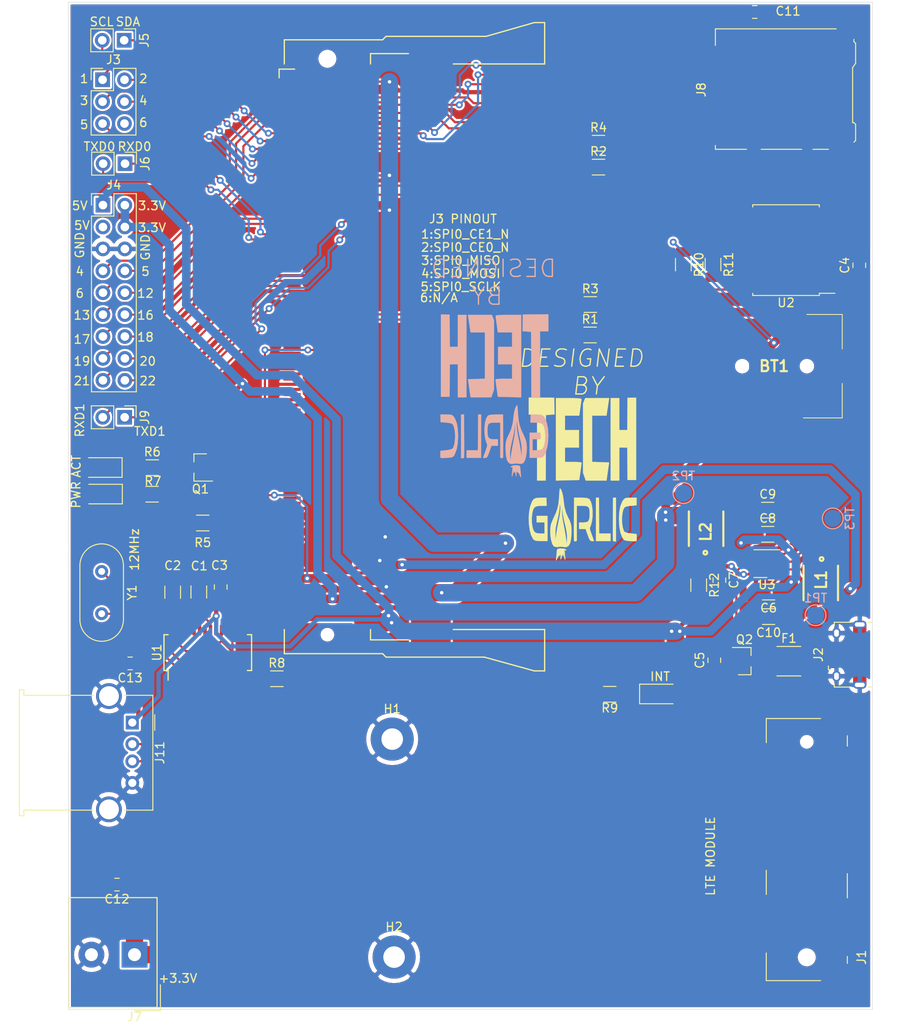
<source format=kicad_pcb>
(kicad_pcb (version 20171130) (host pcbnew "(5.1.10)-1")
  (title_block (title "Compute Moduel 3 Lite I/O Board") (company "TechGarlic Limited") (comment 4 "All credit reserved by TG"))
  (layers (0 F.Cu signal) (31 B.Cu signal) (34 B.Paste user) (35 F.Paste user) (36 B.SilkS user) (37 F.SilkS user) (38 B.Mask user) (39 F.Mask user) (44 Edge.Cuts user))
  (net 0 "")
  (net 1 GND)
  (net 2 "Net-(BT1-Pad1)")
  (net 3 "Net-(C1-Pad1)")
  (net 4 "Net-(C2-Pad1)")
  (net 5 +5V)
  (net 6 +3V3)
  (net 7 "Net-(C7-Pad1)")
  (net 8 +1V8)
  (net 9 LTE_3V3)
  (net 10 "Net-(D1-Pad1)")
  (net 11 "Net-(D2-Pad1)")
  (net 12 "Net-(D3-Pad1)")
  (net 13 "Net-(D3-Pad2)")
  (net 14 "Net-(F1-Pad1)")
  (net 15 "Net-(F1-Pad2)")
  (net 16 "Net-(J1-Pad51)")
  (net 17 "Net-(J1-Pad49)")
  (net 18 "Net-(J1-Pad48)")
  (net 19 "Net-(J1-Pad47)")
  (net 20 "Net-(J1-Pad46)")
  (net 21 "Net-(J1-Pad45)")
  (net 22 "Net-(J1-Pad44)")
  (net 23 LTE_P)
  (net 24 LTE_N)
  (net 25 "Net-(J1-Pad33)")
  (net 26 "Net-(J1-Pad32)")
  (net 27 "Net-(J1-Pad31)")
  (net 28 "Net-(J1-Pad30)")
  (net 29 "Net-(J1-Pad28)")
  (net 30 "Net-(J1-Pad25)")
  (net 31 "Net-(J1-Pad23)")
  (net 32 "Net-(J1-Pad22)")
  (net 33 "Net-(J1-Pad20)")
  (net 34 "Net-(J1-Pad19)")
  (net 35 "Net-(J1-Pad17)")
  (net 36 "Net-(J1-Pad16)")
  (net 37 "Net-(J1-Pad14)")
  (net 38 "Net-(J1-Pad13)")
  (net 39 "Net-(J1-Pad12)")
  (net 40 "Net-(J1-Pad11)")
  (net 41 "Net-(J1-Pad10)")
  (net 42 "Net-(J1-Pad8)")
  (net 43 "Net-(J1-Pad7)")
  (net 44 "Net-(J1-Pad6)")
  (net 45 "Net-(J1-Pad5)")
  (net 46 "Net-(J1-Pad3)")
  (net 47 "Net-(J1-Pad1)")
  (net 48 "Net-(J2-Pad2)")
  (net 49 "Net-(J2-Pad3)")
  (net 50 "Net-(J2-Pad4)")
  (net 51 SPI0_CE1_N)
  (net 52 SPI0_CE0_N)
  (net 53 SPI0_MISO)
  (net 54 SPI0_MOSI)
  (net 55 SPI0_SCLK)
  (net 56 "Net-(J3-Pad6)")
  (net 57 GPIO4)
  (net 58 GPIO5)
  (net 59 GPIO6)
  (net 60 GPIO12)
  (net 61 GPIO13)
  (net 62 GPIO16)
  (net 63 GPIO17)
  (net 64 GPIO18)
  (net 65 GPIO19)
  (net 66 GPIO20)
  (net 67 GPIO21)
  (net 68 GPIO22)
  (net 69 SDA)
  (net 70 SCL)
  (net 71 RXD0)
  (net 72 TXD0)
  (net 73 SDX_D1)
  (net 74 SDX_D2)
  (net 75 SDX_D3)
  (net 76 SDX_CMD)
  (net 77 SDX_CLK)
  (net 78 SDX_D0)
  (net 79 USB3_P)
  (net 80 USB3_N)
  (net 81 "Net-(L1-Pad1)")
  (net 82 "Net-(L2-Pad1)")
  (net 83 "Net-(MD1-Pad2)")
  (net 84 RTC_SDA)
  (net 85 RTC_SCL)
  (net 86 "Net-(MD1-Pad28)")
  (net 87 "Net-(MD1-Pad30)")
  (net 88 "Net-(MD1-Pad34)")
  (net 89 "Net-(MD1-Pad36)")
  (net 90 "Net-(MD1-Pad52)")
  (net 91 "Net-(MD1-Pad54)")
  (net 92 "Net-(MD1-Pad58)")
  (net 93 "Net-(MD1-Pad60)")
  (net 94 "Net-(MD1-Pad64)")
  (net 95 "Net-(MD1-Pad66)")
  (net 96 "Net-(MD1-Pad70)")
  (net 97 "Net-(MD1-Pad72)")
  (net 98 "Net-(MD1-Pad76)")
  (net 99 "Net-(MD1-Pad77)")
  (net 100 "Net-(MD1-Pad78)")
  (net 101 "Net-(MD1-Pad81)")
  (net 102 "Net-(MD1-Pad82)")
  (net 103 "Net-(MD1-Pad83)")
  (net 104 "Net-(MD1-Pad84)")
  (net 105 "Net-(MD1-Pad87)")
  (net 106 "Net-(MD1-Pad88)")
  (net 107 "Net-(MD1-Pad89)")
  (net 108 EMMC_EN_N_1V8)
  (net 109 "Net-(MD1-Pad93)")
  (net 110 "Net-(MD1-Pad94)")
  (net 111 "Net-(MD1-Pad95)")
  (net 112 "Net-(MD1-Pad96)")
  (net 113 "Net-(MD1-Pad99)")
  (net 114 "Net-(MD1-Pad100)")
  (net 115 "Net-(MD1-Pad101)")
  (net 116 "Net-(MD1-Pad102)")
  (net 117 "Net-(MD1-Pad105)")
  (net 118 "Net-(MD1-Pad106)")
  (net 119 "Net-(MD1-Pad107)")
  (net 120 "Net-(MD1-Pad108)")
  (net 121 "Net-(MD1-Pad111)")
  (net 122 "Net-(MD1-Pad112)")
  (net 123 "Net-(MD1-Pad113)")
  (net 124 "Net-(MD1-Pad114)")
  (net 125 "Net-(MD1-Pad117)")
  (net 126 "Net-(MD1-Pad118)")
  (net 127 "Net-(MD1-Pad119)")
  (net 128 "Net-(MD1-Pad120)")
  (net 129 "Net-(MD1-Pad123)")
  (net 130 "Net-(MD1-Pad124)")
  (net 131 "Net-(MD1-Pad125)")
  (net 132 "Net-(MD1-Pad126)")
  (net 133 "Net-(MD1-Pad128)")
  (net 134 "Net-(MD1-Pad129)")
  (net 135 "Net-(MD1-Pad130)")
  (net 136 "Net-(MD1-Pad131)")
  (net 137 "Net-(MD1-Pad132)")
  (net 138 "Net-(MD1-Pad135)")
  (net 139 "Net-(MD1-Pad136)")
  (net 140 "Net-(MD1-Pad137)")
  (net 141 "Net-(MD1-Pad138)")
  (net 142 "Net-(MD1-Pad141)")
  (net 143 "Net-(MD1-Pad142)")
  (net 144 "Net-(MD1-Pad143)")
  (net 145 "Net-(MD1-Pad144)")
  (net 146 "Net-(MD1-Pad147)")
  (net 147 "Net-(MD1-Pad148)")
  (net 148 "Net-(MD1-Pad149)")
  (net 149 "Net-(MD1-Pad150)")
  (net 150 "Net-(MD1-Pad153)")
  (net 151 "Net-(MD1-Pad154)")
  (net 152 "Net-(MD1-Pad155)")
  (net 153 "Net-(MD1-Pad156)")
  (net 154 "Net-(MD1-Pad158)")
  (net 155 "Net-(MD1-Pad159)")
  (net 156 "Net-(MD1-Pad160)")
  (net 157 "Net-(MD1-Pad161)")
  (net 158 "Net-(MD1-Pad162)")
  (net 159 USB_UP_P)
  (net 160 "Net-(MD1-Pad166)")
  (net 161 USB_UP_N)
  (net 162 "Net-(MD1-Pad171)")
  (net 163 "Net-(MD1-Pad172)")
  (net 164 "Net-(MD1-Pad173)")
  (net 165 "Net-(MD1-Pad174)")
  (net 166 "Net-(MD1-Pad175)")
  (net 167 "Net-(MD1-Pad176)")
  (net 168 "Net-(MD1-Pad177)")
  (net 169 "Net-(MD1-Pad178)")
  (net 170 "Net-(MD1-Pad179)")
  (net 171 "Net-(MD1-Pad180)")
  (net 172 "Net-(Q1-Pad3)")
  (net 173 "Net-(R8-Pad1)")
  (net 174 "Net-(U1-Pad2)")
  (net 175 "Net-(U1-Pad3)")
  (net 176 "Net-(U1-Pad22)")
  (net 177 "Net-(U1-Pad23)")
  (net 178 "Net-(U1-Pad24)")
  (net 179 "Net-(U1-Pad25)")
  (net 180 "Net-(U1-Pad27)")
  (net 181 "Net-(U2-Pad1)")
  (net 182 "Net-(U2-Pad3)")
  (net 183 "Net-(U2-Pad4)")
  (net 184 "Net-(U3-Pad5)")
  (net 185 "Net-(U3-Pad11)")
  (net 186 "Net-(U1-Pad6)")
  (net 187 "Net-(U1-Pad7)")
  (net 188 "Net-(U1-Pad8)")
  (net 189 "Net-(U1-Pad9)")
  (net 190 TXD1)
  (net 191 RXD1)
  (module "graphics:Front layer logo" (layer F.Cu) (at 103.378 86.868)
    (fp_text reference G*** hide)
    (fp_text value LOGO hide)
  )
  (module "graphics:Front layer logo" (layer B.Cu) (at 93.472 77.216 180)
    (fp_text reference G*** hide)
    (fp_text value LOGO hide)
  )
  (module Connector_PCBEdge:BUS_PCI_Express_Mini (layer F.Cu) (at 129.54 130.048 90)
    (fp_text reference J1 (at -12.5 6.35 270) (layer F.SilkS))
    (fp_text value Bus_PCI_Express_Mini)
    (pad 52 smd rect (at 11.8 -4.1 90) (size 0.6 2) (layers F.Cu F.Paste F.Mask) (net 9 LTE_3V3))
    (pad 51 smd rect (at 11.4 4.1 90) (size 0.6 2) (layers F.Cu F.Paste F.Mask) (net 16 "Net-(J1-Pad51)"))
    (pad 50 smd rect (at 11 -4.1 90) (size 0.6 2) (layers F.Cu F.Paste F.Mask) (net 1 GND))
    (pad 49 smd rect (at 10.6 4.1 90) (size 0.6 2) (layers F.Cu F.Paste F.Mask) (net 17 "Net-(J1-Pad49)"))
    (pad 48 smd rect (at 10.2 -4.1 90) (size 0.6 2) (layers F.Cu F.Paste F.Mask) (net 18 "Net-(J1-Pad48)"))
    (pad 47 smd rect (at 9.8 4.1 90) (size 0.6 2) (layers F.Cu F.Paste F.Mask) (net 19 "Net-(J1-Pad47)"))
    (pad 46 smd rect (at 9.4 -4.1 90) (size 0.6 2) (layers F.Cu F.Paste F.Mask) (net 20 "Net-(J1-Pad46)"))
    (pad 45 smd rect (at 9 4.1 90) (size 0.6 2) (layers F.Cu F.Paste F.Mask) (net 21 "Net-(J1-Pad45)"))
    (pad 44 smd rect (at 8.6 -4.1 90) (size 0.6 2) (layers F.Cu F.Paste F.Mask) (net 22 "Net-(J1-Pad44)"))
    (pad 43 smd rect (at 8.2 4.1 90) (size 0.6 2) (layers F.Cu F.Paste F.Mask) (net 1 GND))
    (pad 42 smd rect (at 7.8 -4.1 90) (size 0.6 2) (layers F.Cu F.Paste F.Mask) (net 13 "Net-(D3-Pad2)"))
    (pad 41 smd rect (at 7.4 4.1 90) (size 0.6 2) (layers F.Cu F.Paste F.Mask) (net 9 LTE_3V3))
    (pad 40 smd rect (at 7 -4.1 90) (size 0.6 2) (layers F.Cu F.Paste F.Mask) (net 1 GND))
    (pad 39 smd rect (at 6.6 4.1 90) (size 0.6 2) (layers F.Cu F.Paste F.Mask) (net 9 LTE_3V3))
    (pad 38 smd rect (at 6.2 -4.1 90) (size 0.6 2) (layers F.Cu F.Paste F.Mask) (net 23 LTE_P))
    (pad 37 smd rect (at 5.8 4.1 90) (size 0.6 2) (layers F.Cu F.Paste F.Mask) (net 1 GND))
    (pad 36 smd rect (at 5.4 -4.1 90) (size 0.6 2) (layers F.Cu F.Paste F.Mask) (net 24 LTE_N))
    (pad 35 smd rect (at 5 4.1 90) (size 0.6 2) (layers F.Cu F.Paste F.Mask) (net 1 GND))
    (pad 34 smd rect (at 4.6 -4.1 90) (size 0.6 2) (layers F.Cu F.Paste F.Mask) (net 1 GND))
    (pad 33 smd rect (at 4.2 4.1 90) (size 0.6 2) (layers F.Cu F.Paste F.Mask) (net 25 "Net-(J1-Pad33)"))
    (pad 32 smd rect (at 3.8 -4.1 90) (size 0.6 2) (layers F.Cu F.Paste F.Mask) (net 26 "Net-(J1-Pad32)"))
    (pad 31 smd rect (at 3.4 4.1 90) (size 0.6 2) (layers F.Cu F.Paste F.Mask) (net 27 "Net-(J1-Pad31)"))
    (pad 30 smd rect (at 3 -4.1 90) (size 0.6 2) (layers F.Cu F.Paste F.Mask) (net 28 "Net-(J1-Pad30)"))
    (pad 29 smd rect (at 2.6 4.1 90) (size 0.6 2) (layers F.Cu F.Paste F.Mask) (net 1 GND))
    (pad 28 smd rect (at 2.2 -4.1 90) (size 0.6 2) (layers F.Cu F.Paste F.Mask) (net 29 "Net-(J1-Pad28)"))
    (pad 27 smd rect (at 1.8 4.1 90) (size 0.6 2) (layers F.Cu F.Paste F.Mask) (net 1 GND))
    (pad 26 smd rect (at 1.4 -4.1 90) (size 0.6 2) (layers F.Cu F.Paste F.Mask) (net 1 GND))
    (pad 25 smd rect (at 1 4.1 90) (size 0.6 2) (layers F.Cu F.Paste F.Mask) (net 30 "Net-(J1-Pad25)"))
    (pad 24 smd rect (at 0.6 -4.1 90) (size 0.6 2) (layers F.Cu F.Paste F.Mask) (net 9 LTE_3V3))
    (pad 23 smd rect (at 0.2 4.1 90) (size 0.6 2) (layers F.Cu F.Paste F.Mask) (net 31 "Net-(J1-Pad23)"))
    (pad 22 smd rect (at -0.2 -4.1 90) (size 0.6 2) (layers F.Cu F.Paste F.Mask) (net 32 "Net-(J1-Pad22)"))
    (pad 21 smd rect (at -0.6 4.1 90) (size 0.6 2) (layers F.Cu F.Paste F.Mask) (net 1 GND))
    (pad 20 smd rect (at -1 -4.1 90) (size 0.6 2) (layers F.Cu F.Paste F.Mask) (net 33 "Net-(J1-Pad20)"))
    (pad 19 smd rect (at -1.4 4.1 90) (size 0.6 2) (layers F.Cu F.Paste F.Mask) (net 34 "Net-(J1-Pad19)"))
    (pad 18 smd rect (at -1.8 -4.1 90) (size 0.6 2) (layers F.Cu F.Paste F.Mask) (net 1 GND))
    (pad 17 smd rect (at -2.2 4.1 90) (size 0.6 2) (layers F.Cu F.Paste F.Mask) (net 35 "Net-(J1-Pad17)"))
    (pad 16 smd rect (at -5.8 -4.1 90) (size 0.6 2) (layers F.Cu F.Paste F.Mask) (net 36 "Net-(J1-Pad16)"))
    (pad 15 smd rect (at -6.2 4.1 90) (size 0.6 2) (layers F.Cu F.Paste F.Mask) (net 1 GND))
    (pad 14 smd rect (at -6.6 -4.1 90) (size 0.6 2) (layers F.Cu F.Paste F.Mask) (net 37 "Net-(J1-Pad14)"))
    (pad 13 smd rect (at -7 4.1 90) (size 0.6 2) (layers F.Cu F.Paste F.Mask) (net 38 "Net-(J1-Pad13)"))
    (pad 12 smd rect (at -7.4 -4.1 90) (size 0.6 2) (layers F.Cu F.Paste F.Mask) (net 39 "Net-(J1-Pad12)"))
    (pad 11 smd rect (at -7.8 4.1 90) (size 0.6 2) (layers F.Cu F.Paste F.Mask) (net 40 "Net-(J1-Pad11)"))
    (pad 10 smd rect (at -8.2 -4.1 90) (size 0.6 2) (layers F.Cu F.Paste F.Mask) (net 41 "Net-(J1-Pad10)"))
    (pad 9 smd rect (at -8.6 4.1 90) (size 0.6 2) (layers F.Cu F.Paste F.Mask) (net 1 GND))
    (pad 8 smd rect (at -9 -4.1 90) (size 0.6 2) (layers F.Cu F.Paste F.Mask) (net 42 "Net-(J1-Pad8)"))
    (pad 7 smd rect (at -9.4 4.1 90) (size 0.6 2) (layers F.Cu F.Paste F.Mask) (net 43 "Net-(J1-Pad7)"))
    (pad 6 smd rect (at -9.8 -4.1 90) (size 0.6 2) (layers F.Cu F.Paste F.Mask) (net 44 "Net-(J1-Pad6)"))
    (pad 5 smd rect (at -10.2 4.1 90) (size 0.6 2) (layers F.Cu F.Paste F.Mask) (net 45 "Net-(J1-Pad5)"))
    (pad 4 smd rect (at -10.6 -4.1 90) (size 0.6 2) (layers F.Cu F.Paste F.Mask) (net 1 GND))
    (pad 3 smd rect (at -11 4.1 90) (size 0.6 2) (layers F.Cu F.Paste F.Mask) (net 46 "Net-(J1-Pad3)"))
    (pad 2 smd rect (at -11.4 -4.1 90) (size 0.6 2) (layers F.Cu F.Paste F.Mask) (net 9 LTE_3V3))
    (pad 1 smd rect (at -11.8 4.1 90) (size 0.6 2) (layers F.Cu F.Paste F.Mask) (net 47 "Net-(J1-Pad1)"))
    (pad MP smd rect (at 14.65 3.5 90) (size 2.3 3.2) (layers F.Cu F.Paste F.Mask) (net 1 GND))
    (pad MP smd rect (at -14.65 3.5 90) (size 2.3 3.2) (layers F.Cu F.Paste F.Mask) (net 1 GND))
    (pad "" np_thru_hole circle (at -12.5 0 90) (size 1.6 1.6) (drill 1.6) (layers *.Cu *.Mask))
    (pad "" np_thru_hole circle (at 12.5 0 90) (size 1.1 1.1) (drill 1.1) (layers *.Cu *.Mask))
  )
  (module Capacitor_SMD:C_0805_2012Metric (layer F.Cu) (at 49.53 134.112 180)
    (fp_text reference C12 (at 0 -1.68) (layer F.SilkS))
    (fp_text value 100nF)
    (pad 1 smd roundrect (at -0.95 0 180) (size 1 1.45) (layers F.Cu F.Paste F.Mask) (net 9 LTE_3V3))
    (pad 2 smd roundrect (at 0.95 0 180) (size 1 1.45) (layers F.Cu F.Paste F.Mask) (net 1 GND))
  )
  (module Conn_TE-DDR2-SODIMM:Conn_TE-DDR2-SODIMM-0.6-200P-doublesided (layer F.Cu) (at 73.935001 71.725001)
    (fp_text reference MD1)
    (fp_text value Board_RPi_CM3lite_200pConnector_multipart)
    (pad 41 smd rect (at -4.1 -16.05) (size 2 0.35) (layers F.Cu F.Paste F.Mask) (net 6 +3V3))
    (pad 1 smd rect (at -4.1 -31.65) (size 2 0.35) (layers F.Cu F.Paste F.Mask) (net 1 GND))
    (pad "" np_thru_hole circle (at 0 33.4) (size 1.1 1.1) (drill 1.1) (layers *.Cu))
    (pad "" np_thru_hole circle (at 0 -33.4) (size 1.6 1.6) (drill 1.6) (layers *.Cu))
    (pad "" smd rect (at 12 -32.55) (size 4.6 4.5) (layers F.Cu F.Paste F.Mask))
    (pad "" smd rect (at 12 32.55) (size 4.6 4.5) (layers F.Cu F.Paste F.Mask))
    (pad 2 smd rect (at 4.099999 -31.35) (size 2 0.35) (layers F.Cu F.Paste F.Mask) (net 83 "Net-(MD1-Pad2)"))
    (pad 3 smd rect (at -4.1 -31.05) (size 2 0.35) (layers F.Cu F.Paste F.Mask) (net 84 RTC_SDA))
    (pad 4 smd rect (at 4.099999 -30.75) (size 2 0.35) (layers F.Cu F.Paste F.Mask) (net 6 +3V3))
    (pad 5 smd rect (at -4.1 -30.45) (size 2 0.35) (layers F.Cu F.Paste F.Mask) (net 85 RTC_SCL))
    (pad 6 smd rect (at 4.099999 -30.15) (size 2 0.35) (layers F.Cu F.Paste F.Mask) (net 6 +3V3))
    (pad 7 smd rect (at -4.1 -29.85) (size 2 0.35) (layers F.Cu F.Paste F.Mask) (net 1 GND))
    (pad 8 smd rect (at 4.099999 -29.55) (size 2 0.35) (layers F.Cu F.Paste F.Mask) (net 1 GND))
    (pad 9 smd rect (at -4.1 -29.25) (size 2 0.35) (layers F.Cu F.Paste F.Mask) (net 69 SDA))
    (pad 10 smd rect (at 4.099999 -28.95) (size 2 0.35) (layers F.Cu F.Paste F.Mask) (net 77 SDX_CLK))
    (pad 11 smd rect (at -4.1 -28.65) (size 2 0.35) (layers F.Cu F.Paste F.Mask) (net 70 SCL))
    (pad 12 smd rect (at 4.099999 -28.35) (size 2 0.35) (layers F.Cu F.Paste F.Mask) (net 76 SDX_CMD))
    (pad 13 smd rect (at -4.1 -28.05) (size 2 0.35) (layers F.Cu F.Paste F.Mask) (net 1 GND))
    (pad 14 smd rect (at 4.099999 -27.75) (size 2 0.35) (layers F.Cu F.Paste F.Mask) (net 1 GND))
    (pad 15 smd rect (at -4.1 -27.45) (size 2 0.35) (layers F.Cu F.Paste F.Mask) (net 57 GPIO4))
    (pad 16 smd rect (at 4.099999 -27.15) (size 2 0.35) (layers F.Cu F.Paste F.Mask) (net 78 SDX_D0))
    (pad 17 smd rect (at -4.1 -26.85) (size 2 0.35) (layers F.Cu F.Paste F.Mask) (net 58 GPIO5))
    (pad 18 smd rect (at 4.099999 -26.55) (size 2 0.35) (layers F.Cu F.Paste F.Mask) (net 73 SDX_D1))
    (pad 19 smd rect (at -4.1 -26.25) (size 2 0.35) (layers F.Cu F.Paste F.Mask) (net 1 GND))
    (pad 20 smd rect (at 4.099999 -25.95) (size 2 0.35) (layers F.Cu F.Paste F.Mask) (net 1 GND))
    (pad 21 smd rect (at -4.1 -25.65) (size 2 0.35) (layers F.Cu F.Paste F.Mask) (net 59 GPIO6))
    (pad 22 smd rect (at 4.099999 -25.35) (size 2 0.35) (layers F.Cu F.Paste F.Mask) (net 74 SDX_D2))
    (pad 23 smd rect (at -4.1 -25.05) (size 2 0.35) (layers F.Cu F.Paste F.Mask) (net 51 SPI0_CE1_N))
    (pad 24 smd rect (at 4.099999 -24.75) (size 2 0.35) (layers F.Cu F.Paste F.Mask) (net 75 SDX_D3))
    (pad 25 smd rect (at -4.1 -24.45) (size 2 0.35) (layers F.Cu F.Paste F.Mask) (net 1 GND))
    (pad 26 smd rect (at 4.099999 -24.15) (size 2 0.35) (layers F.Cu F.Paste F.Mask) (net 1 GND))
    (pad 27 smd rect (at -4.1 -23.85) (size 2 0.35) (layers F.Cu F.Paste F.Mask) (net 52 SPI0_CE0_N))
    (pad 28 smd rect (at 4.099999 -23.55) (size 2 0.35) (layers F.Cu F.Paste F.Mask) (net 86 "Net-(MD1-Pad28)"))
    (pad 29 smd rect (at -4.1 -23.25) (size 2 0.35) (layers F.Cu F.Paste F.Mask) (net 53 SPI0_MISO))
    (pad 30 smd rect (at 4.099999 -22.95) (size 2 0.35) (layers F.Cu F.Paste F.Mask) (net 87 "Net-(MD1-Pad30)"))
    (pad 31 smd rect (at -4.1 -22.65) (size 2 0.35) (layers F.Cu F.Paste F.Mask) (net 1 GND))
    (pad 32 smd rect (at 4.099999 -22.35) (size 2 0.35) (layers F.Cu F.Paste F.Mask) (net 1 GND))
    (pad 33 smd rect (at -4.1 -22.05) (size 2 0.35) (layers F.Cu F.Paste F.Mask) (net 54 SPI0_MOSI))
    (pad 34 smd rect (at 4.099999 -21.75) (size 2 0.35) (layers F.Cu F.Paste F.Mask) (net 88 "Net-(MD1-Pad34)"))
    (pad 35 smd rect (at -4.1 -21.45) (size 2 0.35) (layers F.Cu F.Paste F.Mask) (net 55 SPI0_SCLK))
    (pad 36 smd rect (at 4.099999 -21.15) (size 2 0.35) (layers F.Cu F.Paste F.Mask) (net 89 "Net-(MD1-Pad36)"))
    (pad 37 smd rect (at -4.1 -20.85) (size 2 0.35) (layers F.Cu F.Paste F.Mask) (net 1 GND))
    (pad 38 smd rect (at 4.099999 -20.55) (size 2 0.35) (layers F.Cu F.Paste F.Mask) (net 1 GND))
    (pad 39 smd rect (at -4.1 -20.25) (size 2 0.35) (layers F.Cu F.Paste F.Mask) (net 6 +3V3))
    (pad 40 smd rect (at 4.099999 -19.95) (size 2 0.35) (layers F.Cu F.Paste F.Mask) (net 6 +3V3))
    (pad 42 smd rect (at 4.099999 -15.75) (size 2 0.35) (layers F.Cu F.Paste F.Mask) (net 6 +3V3))
    (pad 43 smd rect (at -4.1 -15.45) (size 2 0.35) (layers F.Cu F.Paste F.Mask) (net 1 GND))
    (pad 44 smd rect (at 4.099999 -15.15) (size 2 0.35) (layers F.Cu F.Paste F.Mask) (net 1 GND))
    (pad 45 smd rect (at -4.1 -14.85) (size 2 0.35) (layers F.Cu F.Paste F.Mask) (net 60 GPIO12))
    (pad 46 smd rect (at 4.099999 -14.55) (size 2 0.35) (layers F.Cu F.Paste F.Mask) (net 190 TXD1))
    (pad 47 smd rect (at -4.1 -14.25) (size 2 0.35) (layers F.Cu F.Paste F.Mask) (net 61 GPIO13))
    (pad 48 smd rect (at 4.099999 -13.95) (size 2 0.35) (layers F.Cu F.Paste F.Mask) (net 191 RXD1))
    (pad 49 smd rect (at -4.1 -13.65) (size 2 0.35) (layers F.Cu F.Paste F.Mask) (net 1 GND))
    (pad 50 smd rect (at 4.099999 -13.35) (size 2 0.35) (layers F.Cu F.Paste F.Mask) (net 1 GND))
    (pad 51 smd rect (at -4.1 -13.05) (size 2 0.35) (layers F.Cu F.Paste F.Mask) (net 72 TXD0))
    (pad 52 smd rect (at 4.099999 -12.75) (size 2 0.35) (layers F.Cu F.Paste F.Mask) (net 90 "Net-(MD1-Pad52)"))
    (pad 53 smd rect (at -4.1 -12.45) (size 2 0.35) (layers F.Cu F.Paste F.Mask) (net 71 RXD0))
    (pad 54 smd rect (at 4.099999 -12.15) (size 2 0.35) (layers F.Cu F.Paste F.Mask) (net 91 "Net-(MD1-Pad54)"))
    (pad 55 smd rect (at -4.1 -11.85) (size 2 0.35) (layers F.Cu F.Paste F.Mask) (net 1 GND))
    (pad 56 smd rect (at 4.099999 -11.55) (size 2 0.35) (layers F.Cu F.Paste F.Mask) (net 1 GND))
    (pad 57 smd rect (at -4.1 -11.25) (size 2 0.35) (layers F.Cu F.Paste F.Mask) (net 62 GPIO16))
    (pad 58 smd rect (at 4.099999 -10.95) (size 2 0.35) (layers F.Cu F.Paste F.Mask) (net 92 "Net-(MD1-Pad58)"))
    (pad 59 smd rect (at -4.1 -10.65) (size 2 0.35) (layers F.Cu F.Paste F.Mask) (net 63 GPIO17))
    (pad 60 smd rect (at 4.099999 -10.35) (size 2 0.35) (layers F.Cu F.Paste F.Mask) (net 93 "Net-(MD1-Pad60)"))
    (pad 61 smd rect (at -4.1 -10.05) (size 2 0.35) (layers F.Cu F.Paste F.Mask) (net 1 GND))
    (pad 62 smd rect (at 4.099999 -9.75) (size 2 0.35) (layers F.Cu F.Paste F.Mask) (net 1 GND))
    (pad 63 smd rect (at -4.1 -9.45) (size 2 0.35) (layers F.Cu F.Paste F.Mask) (net 64 GPIO18))
    (pad 64 smd rect (at 4.099999 -9.15) (size 2 0.35) (layers F.Cu F.Paste F.Mask) (net 94 "Net-(MD1-Pad64)"))
    (pad 65 smd rect (at -4.1 -8.85) (size 2 0.35) (layers F.Cu F.Paste F.Mask) (net 65 GPIO19))
    (pad 66 smd rect (at 4.099999 -8.55) (size 2 0.35) (layers F.Cu F.Paste F.Mask) (net 95 "Net-(MD1-Pad66)"))
    (pad 67 smd rect (at -4.1 -8.25) (size 2 0.35) (layers F.Cu F.Paste F.Mask) (net 1 GND))
    (pad 68 smd rect (at 4.099999 -7.95) (size 2 0.35) (layers F.Cu F.Paste F.Mask) (net 1 GND))
    (pad 69 smd rect (at -4.1 -7.65) (size 2 0.35) (layers F.Cu F.Paste F.Mask) (net 66 GPIO20))
    (pad 70 smd rect (at 4.099999 -7.35) (size 2 0.35) (layers F.Cu F.Paste F.Mask) (net 96 "Net-(MD1-Pad70)"))
    (pad 71 smd rect (at -4.1 -7.05) (size 2 0.35) (layers F.Cu F.Paste F.Mask) (net 67 GPIO21))
    (pad 72 smd rect (at 4.099999 -6.75) (size 2 0.35) (layers F.Cu F.Paste F.Mask) (net 97 "Net-(MD1-Pad72)"))
    (pad 73 smd rect (at -4.1 -6.45) (size 2 0.35) (layers F.Cu F.Paste F.Mask) (net 1 GND))
    (pad 74 smd rect (at 4.099999 -6.15) (size 2 0.35) (layers F.Cu F.Paste F.Mask) (net 1 GND))
    (pad 75 smd rect (at -4.1 -5.85) (size 2 0.35) (layers F.Cu F.Paste F.Mask) (net 68 GPIO22))
    (pad 76 smd rect (at 4.099999 -5.55) (size 2 0.35) (layers F.Cu F.Paste F.Mask) (net 98 "Net-(MD1-Pad76)"))
    (pad 77 smd rect (at -4.1 -5.25) (size 2 0.35) (layers F.Cu F.Paste F.Mask) (net 99 "Net-(MD1-Pad77)"))
    (pad 78 smd rect (at 4.099999 -4.95) (size 2 0.35) (layers F.Cu F.Paste F.Mask) (net 100 "Net-(MD1-Pad78)"))
    (pad 79 smd rect (at -4.1 -4.65) (size 2 0.35) (layers F.Cu F.Paste F.Mask) (net 1 GND))
    (pad 80 smd rect (at 4.099999 -4.35) (size 2 0.35) (layers F.Cu F.Paste F.Mask) (net 1 GND))
    (pad 81 smd rect (at -4.1 -4.05) (size 2 0.35) (layers F.Cu F.Paste F.Mask) (net 101 "Net-(MD1-Pad81)"))
    (pad 82 smd rect (at 4.099999 -3.75) (size 2 0.35) (layers F.Cu F.Paste F.Mask) (net 102 "Net-(MD1-Pad82)"))
    (pad 83 smd rect (at -4.1 -3.45) (size 2 0.35) (layers F.Cu F.Paste F.Mask) (net 103 "Net-(MD1-Pad83)"))
    (pad 84 smd rect (at 4.099999 -3.15) (size 2 0.35) (layers F.Cu F.Paste F.Mask) (net 104 "Net-(MD1-Pad84)"))
    (pad 85 smd rect (at -4.1 -2.85) (size 2 0.35) (layers F.Cu F.Paste F.Mask) (net 1 GND))
    (pad 86 smd rect (at 4.099999 -2.55) (size 2 0.35) (layers F.Cu F.Paste F.Mask) (net 1 GND))
    (pad 87 smd rect (at -4.1 -2.25) (size 2 0.35) (layers F.Cu F.Paste F.Mask) (net 105 "Net-(MD1-Pad87)"))
    (pad 88 smd rect (at 4.099999 -1.95) (size 2 0.35) (layers F.Cu F.Paste F.Mask) (net 106 "Net-(MD1-Pad88)"))
    (pad 89 smd rect (at -4.1 -1.65) (size 2 0.35) (layers F.Cu F.Paste F.Mask) (net 107 "Net-(MD1-Pad89)"))
    (pad 90 smd rect (at 4.099999 -1.35) (size 2 0.35) (layers F.Cu F.Paste F.Mask) (net 108 EMMC_EN_N_1V8))
    (pad 91 smd rect (at -4.1 -1.05) (size 2 0.35) (layers F.Cu F.Paste F.Mask) (net 1 GND))
    (pad 92 smd rect (at 4.099999 -0.75) (size 2 0.35) (layers F.Cu F.Paste F.Mask) (net 1 GND))
    (pad 93 smd rect (at -4.1 -0.45) (size 2 0.35) (layers F.Cu F.Paste F.Mask) (net 109 "Net-(MD1-Pad93)"))
    (pad 94 smd rect (at 4.099999 -0.15) (size 2 0.35) (layers F.Cu F.Paste F.Mask) (net 110 "Net-(MD1-Pad94)"))
    (pad 95 smd rect (at -4.1 0.15) (size 2 0.35) (layers F.Cu F.Paste F.Mask) (net 111 "Net-(MD1-Pad95)"))
    (pad 96 smd rect (at 4.099999 0.45) (size 2 0.35) (layers F.Cu F.Paste F.Mask) (net 112 "Net-(MD1-Pad96)"))
    (pad 97 smd rect (at -4.1 0.75) (size 2 0.35) (layers F.Cu F.Paste F.Mask) (net 1 GND))
    (pad 98 smd rect (at 4.099999 1.05) (size 2 0.35) (layers F.Cu F.Paste F.Mask) (net 1 GND))
    (pad 99 smd rect (at -4.1 1.35) (size 2 0.35) (layers F.Cu F.Paste F.Mask) (net 113 "Net-(MD1-Pad99)"))
    (pad 100 smd rect (at 4.099999 1.65) (size 2 0.35) (layers F.Cu F.Paste F.Mask) (net 114 "Net-(MD1-Pad100)"))
    (pad 101 smd rect (at -4.1 1.95) (size 2 0.35) (layers F.Cu F.Paste F.Mask) (net 115 "Net-(MD1-Pad101)"))
    (pad 102 smd rect (at 4.099999 2.25) (size 2 0.35) (layers F.Cu F.Paste F.Mask) (net 116 "Net-(MD1-Pad102)"))
    (pad 103 smd rect (at -4.1 2.55) (size 2 0.35) (layers F.Cu F.Paste F.Mask) (net 1 GND))
    (pad 104 smd rect (at 4.099999 2.85) (size 2 0.35) (layers F.Cu F.Paste F.Mask) (net 1 GND))
    (pad 105 smd rect (at -4.1 3.15) (size 2 0.35) (layers F.Cu F.Paste F.Mask) (net 117 "Net-(MD1-Pad105)"))
    (pad 106 smd rect (at 4.099999 3.45) (size 2 0.35) (layers F.Cu F.Paste F.Mask) (net 118 "Net-(MD1-Pad106)"))
    (pad 107 smd rect (at -4.1 3.75) (size 2 0.35) (layers F.Cu F.Paste F.Mask) (net 119 "Net-(MD1-Pad107)"))
    (pad 108 smd rect (at 4.099999 4.05) (size 2 0.35) (layers F.Cu F.Paste F.Mask) (net 120 "Net-(MD1-Pad108)"))
    (pad 109 smd rect (at -4.1 4.35) (size 2 0.35) (layers F.Cu F.Paste F.Mask) (net 1 GND))
    (pad 110 smd rect (at 4.099999 4.65) (size 2 0.35) (layers F.Cu F.Paste F.Mask) (net 1 GND))
    (pad 111 smd rect (at -4.1 4.95) (size 2 0.35) (layers F.Cu F.Paste F.Mask) (net 121 "Net-(MD1-Pad111)"))
    (pad 112 smd rect (at 4.099999 5.25) (size 2 0.35) (layers F.Cu F.Paste F.Mask) (net 122 "Net-(MD1-Pad112)"))
    (pad 113 smd rect (at -4.1 5.55) (size 2 0.35) (layers F.Cu F.Paste F.Mask) (net 123 "Net-(MD1-Pad113)"))
    (pad 114 smd rect (at 4.099999 5.85) (size 2 0.35) (layers F.Cu F.Paste F.Mask) (net 124 "Net-(MD1-Pad114)"))
    (pad 115 smd rect (at -4.1 6.15) (size 2 0.35) (layers F.Cu F.Paste F.Mask) (net 1 GND))
    (pad 116 smd rect (at 4.099999 6.45) (size 2 0.35) (layers F.Cu F.Paste F.Mask) (net 1 GND))
    (pad 117 smd rect (at -4.1 6.75) (size 2 0.35) (layers F.Cu F.Paste F.Mask) (net 125 "Net-(MD1-Pad117)"))
    (pad 118 smd rect (at 4.099999 7.05) (size 2 0.35) (layers F.Cu F.Paste F.Mask) (net 126 "Net-(MD1-Pad118)"))
    (pad 119 smd rect (at -4.1 7.35) (size 2 0.35) (layers F.Cu F.Paste F.Mask) (net 127 "Net-(MD1-Pad119)"))
    (pad 120 smd rect (at 4.099999 7.65) (size 2 0.35) (layers F.Cu F.Paste F.Mask) (net 128 "Net-(MD1-Pad120)"))
    (pad 121 smd rect (at -4.1 7.95) (size 2 0.35) (layers F.Cu F.Paste F.Mask) (net 1 GND))
    (pad 122 smd rect (at 4.099999 8.25) (size 2 0.35) (layers F.Cu F.Paste F.Mask) (net 1 GND))
    (pad 123 smd rect (at -4.1 8.55) (size 2 0.35) (layers F.Cu F.Paste F.Mask) (net 129 "Net-(MD1-Pad123)"))
    (pad 124 smd rect (at 4.099999 8.85) (size 2 0.35) (layers F.Cu F.Paste F.Mask) (net 130 "Net-(MD1-Pad124)"))
    (pad 125 smd rect (at -4.1 9.15) (size 2 0.35) (layers F.Cu F.Paste F.Mask) (net 131 "Net-(MD1-Pad125)"))
    (pad 126 smd rect (at 4.099999 9.45) (size 2 0.35) (layers F.Cu F.Paste F.Mask) (net 132 "Net-(MD1-Pad126)"))
    (pad 127 smd rect (at -4.1 9.75) (size 2 0.35) (layers F.Cu F.Paste F.Mask) (net 1 GND))
    (pad 128 smd rect (at 4.099999 10.05) (size 2 0.35) (layers F.Cu F.Paste F.Mask) (net 133 "Net-(MD1-Pad128)"))
    (pad 129 smd rect (at -4.1 10.35) (size 2 0.35) (layers F.Cu F.Paste F.Mask) (net 134 "Net-(MD1-Pad129)"))
    (pad 130 smd rect (at 4.099999 10.65) (size 2 0.35) (layers F.Cu F.Paste F.Mask) (net 135 "Net-(MD1-Pad130)"))
    (pad 131 smd rect (at -4.1 10.95) (size 2 0.35) (layers F.Cu F.Paste F.Mask) (net 136 "Net-(MD1-Pad131)"))
    (pad 132 smd rect (at 4.099999 11.25) (size 2 0.35) (layers F.Cu F.Paste F.Mask) (net 137 "Net-(MD1-Pad132)"))
    (pad 133 smd rect (at -4.1 11.55) (size 2 0.35) (layers F.Cu F.Paste F.Mask) (net 1 GND))
    (pad 134 smd rect (at 4.099999 11.85) (size 2 0.35) (layers F.Cu F.Paste F.Mask) (net 1 GND))
    (pad 135 smd rect (at -4.1 12.15) (size 2 0.35) (layers F.Cu F.Paste F.Mask) (net 138 "Net-(MD1-Pad135)"))
    (pad 136 smd rect (at 4.099999 12.45) (size 2 0.35) (layers F.Cu F.Paste F.Mask) (net 139 "Net-(MD1-Pad136)"))
    (pad 137 smd rect (at -4.1 12.75) (size 2 0.35) (layers F.Cu F.Paste F.Mask) (net 140 "Net-(MD1-Pad137)"))
    (pad 138 smd rect (at 4.099999 13.05) (size 2 0.35) (layers F.Cu F.Paste F.Mask) (net 141 "Net-(MD1-Pad138)"))
    (pad 139 smd rect (at -4.1 13.35) (size 2 0.35) (layers F.Cu F.Paste F.Mask) (net 1 GND))
    (pad 140 smd rect (at 4.099999 13.65) (size 2 0.35) (layers F.Cu F.Paste F.Mask) (net 1 GND))
    (pad 141 smd rect (at -4.1 13.95) (size 2 0.35) (layers F.Cu F.Paste F.Mask) (net 142 "Net-(MD1-Pad141)"))
    (pad 142 smd rect (at 4.099999 14.25) (size 2 0.35) (layers F.Cu F.Paste F.Mask) (net 143 "Net-(MD1-Pad142)"))
    (pad 143 smd rect (at -4.1 14.55) (size 2 0.35) (layers F.Cu F.Paste F.Mask) (net 144 "Net-(MD1-Pad143)"))
    (pad 144 smd rect (at 4.099999 14.85) (size 2 0.35) (layers F.Cu F.Paste F.Mask) (net 145 "Net-(MD1-Pad144)"))
    (pad 145 smd rect (at -4.1 15.15) (size 2 0.35) (layers F.Cu F.Paste F.Mask) (net 1 GND))
    (pad 146 smd rect (at 4.099999 15.45) (size 2 0.35) (layers F.Cu F.Paste F.Mask) (net 1 GND))
    (pad 147 smd rect (at -4.1 15.75) (size 2 0.35) (layers F.Cu F.Paste F.Mask) (net 146 "Net-(MD1-Pad147)"))
    (pad 148 smd rect (at 4.099999 16.05) (size 2 0.35) (layers F.Cu F.Paste F.Mask) (net 147 "Net-(MD1-Pad148)"))
    (pad 149 smd rect (at -4.1 16.35) (size 2 0.35) (layers F.Cu F.Paste F.Mask) (net 148 "Net-(MD1-Pad149)"))
    (pad 150 smd rect (at 4.099999 16.65) (size 2 0.35) (layers F.Cu F.Paste F.Mask) (net 149 "Net-(MD1-Pad150)"))
    (pad 151 smd rect (at -4.1 16.95) (size 2 0.35) (layers F.Cu F.Paste F.Mask) (net 1 GND))
    (pad 152 smd rect (at 4.099999 17.25) (size 2 0.35) (layers F.Cu F.Paste F.Mask) (net 1 GND))
    (pad 153 smd rect (at -4.1 17.55) (size 2 0.35) (layers F.Cu F.Paste F.Mask) (net 150 "Net-(MD1-Pad153)"))
    (pad 154 smd rect (at 4.099999 17.85) (size 2 0.35) (layers F.Cu F.Paste F.Mask) (net 151 "Net-(MD1-Pad154)"))
    (pad 155 smd rect (at -4.1 18.15) (size 2 0.35) (layers F.Cu F.Paste F.Mask) (net 152 "Net-(MD1-Pad155)"))
    (pad 156 smd rect (at 4.099999 18.45) (size 2 0.35) (layers F.Cu F.Paste F.Mask) (net 153 "Net-(MD1-Pad156)"))
    (pad 157 smd rect (at -4.1 18.75) (size 2 0.35) (layers F.Cu F.Paste F.Mask) (net 1 GND))
    (pad 158 smd rect (at 4.099999 19.05) (size 2 0.35) (layers F.Cu F.Paste F.Mask) (net 154 "Net-(MD1-Pad158)"))
    (pad 159 smd rect (at -4.1 19.35) (size 2 0.35) (layers F.Cu F.Paste F.Mask) (net 155 "Net-(MD1-Pad159)"))
    (pad 160 smd rect (at 4.099999 19.65) (size 2 0.35) (layers F.Cu F.Paste F.Mask) (net 156 "Net-(MD1-Pad160)"))
    (pad 161 smd rect (at -4.1 19.95) (size 2 0.35) (layers F.Cu F.Paste F.Mask) (net 157 "Net-(MD1-Pad161)"))
    (pad 162 smd rect (at 4.099999 20.25) (size 2 0.35) (layers F.Cu F.Paste F.Mask) (net 158 "Net-(MD1-Pad162)"))
    (pad 163 smd rect (at -4.1 20.55) (size 2 0.35) (layers F.Cu F.Paste F.Mask) (net 1 GND))
    (pad 164 smd rect (at 4.099999 20.85) (size 2 0.35) (layers F.Cu F.Paste F.Mask) (net 1 GND))
    (pad 165 smd rect (at -4.1 21.15) (size 2 0.35) (layers F.Cu F.Paste F.Mask) (net 159 USB_UP_P))
    (pad 166 smd rect (at 4.099999 21.45) (size 2 0.35) (layers F.Cu F.Paste F.Mask) (net 160 "Net-(MD1-Pad166)"))
    (pad 167 smd rect (at -4.1 21.75) (size 2 0.35) (layers F.Cu F.Paste F.Mask) (net 161 USB_UP_N))
    (pad 168 smd rect (at 4.099999 22.05) (size 2 0.35) (layers F.Cu F.Paste F.Mask) (net 1 GND))
    (pad 169 smd rect (at -4.1 22.35) (size 2 0.35) (layers F.Cu F.Paste F.Mask) (net 1 GND))
    (pad 170 smd rect (at 4.099999 22.65) (size 2 0.35) (layers F.Cu F.Paste F.Mask) (net 1 GND))
    (pad 171 smd rect (at -4.1 22.95) (size 2 0.35) (layers F.Cu F.Paste F.Mask) (net 162 "Net-(MD1-Pad171)"))
    (pad 172 smd rect (at 4.099999 23.25) (size 2 0.35) (layers F.Cu F.Paste F.Mask) (net 163 "Net-(MD1-Pad172)"))
    (pad 173 smd rect (at -4.1 23.55) (size 2 0.35) (layers F.Cu F.Paste F.Mask) (net 164 "Net-(MD1-Pad173)"))
    (pad 174 smd rect (at 4.099999 23.85) (size 2 0.35) (layers F.Cu F.Paste F.Mask) (net 165 "Net-(MD1-Pad174)"))
    (pad 175 smd rect (at -4.1 24.15) (size 2 0.35) (layers F.Cu F.Paste F.Mask) (net 166 "Net-(MD1-Pad175)"))
    (pad 176 smd rect (at 4.099999 24.45) (size 2 0.35) (layers F.Cu F.Paste F.Mask) (net 167 "Net-(MD1-Pad176)"))
    (pad 177 smd rect (at -4.1 24.75) (size 2 0.35) (layers F.Cu F.Paste F.Mask) (net 168 "Net-(MD1-Pad177)"))
    (pad 178 smd rect (at 4.099999 25.05) (size 2 0.35) (layers F.Cu F.Paste F.Mask) (net 169 "Net-(MD1-Pad178)"))
    (pad 179 smd rect (at -4.1 25.35) (size 2 0.35) (layers F.Cu F.Paste F.Mask) (net 170 "Net-(MD1-Pad179)"))
    (pad 180 smd rect (at 4.099999 25.65) (size 2 0.35) (layers F.Cu F.Paste F.Mask) (net 171 "Net-(MD1-Pad180)"))
    (pad 181 smd rect (at -4.1 25.95) (size 2 0.35) (layers F.Cu F.Paste F.Mask) (net 1 GND))
    (pad 182 smd rect (at 4.099999 26.25) (size 2 0.35) (layers F.Cu F.Paste F.Mask) (net 1 GND))
    (pad 183 smd rect (at -4.1 26.55) (size 2 0.35) (layers F.Cu F.Paste F.Mask) (net 8 +1V8))
    (pad 184 smd rect (at 4.099999 26.85) (size 2 0.35) (layers F.Cu F.Paste F.Mask) (net 8 +1V8))
    (pad 185 smd rect (at -4.1 27.15) (size 2 0.35) (layers F.Cu F.Paste F.Mask) (net 8 +1V8))
    (pad 186 smd rect (at 4.099999 27.45) (size 2 0.35) (layers F.Cu F.Paste F.Mask) (net 8 +1V8))
    (pad 187 smd rect (at -4.1 27.75) (size 2 0.35) (layers F.Cu F.Paste F.Mask) (net 1 GND))
    (pad 188 smd rect (at 4.099999 28.05) (size 2 0.35) (layers F.Cu F.Paste F.Mask) (net 1 GND))
    (pad 189 smd rect (at -4.1 28.35) (size 2 0.35) (layers F.Cu F.Paste F.Mask) (net 6 +3V3))
    (pad 190 smd rect (at 4.099999 28.65) (size 2 0.35) (layers F.Cu F.Paste F.Mask) (net 6 +3V3))
    (pad 191 smd rect (at -4.1 28.95) (size 2 0.35) (layers F.Cu F.Paste F.Mask) (net 6 +3V3))
    (pad 192 smd rect (at 4.099999 29.25) (size 2 0.35) (layers F.Cu F.Paste F.Mask) (net 6 +3V3))
    (pad 193 smd rect (at -4.1 29.55) (size 2 0.35) (layers F.Cu F.Paste F.Mask) (net 6 +3V3))
    (pad 194 smd rect (at 4.099999 29.85) (size 2 0.35) (layers F.Cu F.Paste F.Mask) (net 6 +3V3))
    (pad 195 smd rect (at -4.1 30.15) (size 2 0.35) (layers F.Cu F.Paste F.Mask) (net 1 GND))
    (pad 196 smd rect (at 4.099999 30.45) (size 2 0.35) (layers F.Cu F.Paste F.Mask) (net 1 GND))
    (pad 197 smd rect (at -4.1 30.75) (size 2 0.35) (layers F.Cu F.Paste F.Mask) (net 5 +5V))
    (pad 198 smd rect (at 4.099999 31.05) (size 2 0.35) (layers F.Cu F.Paste F.Mask) (net 5 +5V))
    (pad 199 smd rect (at -4.1 31.35) (size 2 0.35) (layers F.Cu F.Paste F.Mask) (net 5 +5V))
    (pad 200 smd rect (at 4.099999 31.65) (size 2 0.35) (layers F.Cu F.Paste F.Mask) (net 5 +5V))
  )
  (module Connector_PinHeader_2.54mm:PinHeader_2x09_P2.54mm_Vertical (layer F.Cu) (at 47.9 55.3)
    (fp_text reference J4 (at 1.27 -2.33) (layer F.SilkS))
    (fp_text value Conn_02x09_Odd_Even)
    (pad 1 thru_hole rect (at 0 0) (size 1.7 1.7) (drill 1) (layers *.Cu *.Mask) (net 5 +5V))
    (pad 2 thru_hole oval (at 2.54 0) (size 1.7 1.7) (drill 1) (layers *.Cu *.Mask) (net 6 +3V3))
    (pad 3 thru_hole oval (at 0 2.54) (size 1.7 1.7) (drill 1) (layers *.Cu *.Mask) (net 5 +5V))
    (pad 4 thru_hole oval (at 2.54 2.54) (size 1.7 1.7) (drill 1) (layers *.Cu *.Mask) (net 6 +3V3))
    (pad 5 thru_hole oval (at 0 5.08) (size 1.7 1.7) (drill 1) (layers *.Cu *.Mask) (net 1 GND))
    (pad 6 thru_hole oval (at 2.54 5.08) (size 1.7 1.7) (drill 1) (layers *.Cu *.Mask) (net 1 GND))
    (pad 7 thru_hole oval (at 0 7.62) (size 1.7 1.7) (drill 1) (layers *.Cu *.Mask) (net 57 GPIO4))
    (pad 8 thru_hole oval (at 2.54 7.62) (size 1.7 1.7) (drill 1) (layers *.Cu *.Mask) (net 58 GPIO5))
    (pad 9 thru_hole oval (at 0 10.16) (size 1.7 1.7) (drill 1) (layers *.Cu *.Mask) (net 59 GPIO6))
    (pad 10 thru_hole oval (at 2.54 10.16) (size 1.7 1.7) (drill 1) (layers *.Cu *.Mask) (net 60 GPIO12))
    (pad 11 thru_hole oval (at 0 12.7) (size 1.7 1.7) (drill 1) (layers *.Cu *.Mask) (net 61 GPIO13))
    (pad 12 thru_hole oval (at 2.54 12.7) (size 1.7 1.7) (drill 1) (layers *.Cu *.Mask) (net 62 GPIO16))
    (pad 13 thru_hole oval (at 0 15.24) (size 1.7 1.7) (drill 1) (layers *.Cu *.Mask) (net 63 GPIO17))
    (pad 14 thru_hole oval (at 2.54 15.24) (size 1.7 1.7) (drill 1) (layers *.Cu *.Mask) (net 64 GPIO18))
    (pad 15 thru_hole oval (at 0 17.78) (size 1.7 1.7) (drill 1) (layers *.Cu *.Mask) (net 65 GPIO19))
    (pad 16 thru_hole oval (at 2.54 17.78) (size 1.7 1.7) (drill 1) (layers *.Cu *.Mask) (net 66 GPIO20))
    (pad 17 thru_hole oval (at 0 20.32) (size 1.7 1.7) (drill 1) (layers *.Cu *.Mask) (net 67 GPIO21))
    (pad 18 thru_hole oval (at 2.54 20.32) (size 1.7 1.7) (drill 1) (layers *.Cu *.Mask) (net 68 GPIO22))
  )
  (module Resistor_SMD:R_1206_3216Metric (layer F.Cu) (at 59.48 92.17 180)
    (fp_text reference R5 (at 0 -2.28) (layer F.SilkS))
    (fp_text value 100k)
    (pad 2 smd roundrect (at 1.4625 0 180) (size 1.125 1.75) (layers F.Cu F.Paste F.Mask) (roundrect_rratio 0.222222) (net 108 EMMC_EN_N_1V8))
    (pad 1 smd roundrect (at -1.4625 0 180) (size 1.125 1.75) (layers F.Cu F.Paste F.Mask) (roundrect_rratio 0.222222) (net 8 +1V8))
  )
  (module Connector_PinHeader_2.54mm:PinHeader_2x03_P2.54mm_Vertical (layer F.Cu) (at 47.86 40.76)
    (fp_text reference J3 (at 1.27 -2.33) (layer F.SilkS))
    (fp_text value Conn_02x03_Odd_Even)
    (pad 1 thru_hole rect (at 0 0) (size 1.7 1.7) (drill 1) (layers *.Cu *.Mask) (net 51 SPI0_CE1_N))
    (pad 2 thru_hole oval (at 2.54 0) (size 1.7 1.7) (drill 1) (layers *.Cu *.Mask) (net 52 SPI0_CE0_N))
    (pad 3 thru_hole oval (at 0 2.54) (size 1.7 1.7) (drill 1) (layers *.Cu *.Mask) (net 53 SPI0_MISO))
    (pad 4 thru_hole oval (at 2.54 2.54) (size 1.7 1.7) (drill 1) (layers *.Cu *.Mask) (net 54 SPI0_MOSI))
    (pad 5 thru_hole oval (at 0 5.08) (size 1.7 1.7) (drill 1) (layers *.Cu *.Mask) (net 55 SPI0_SCLK))
    (pad 6 thru_hole oval (at 2.54 5.08) (size 1.7 1.7) (drill 1) (layers *.Cu *.Mask) (net 56 "Net-(J3-Pad6)"))
  )
  (module Battery_Holder:CR12202 (layer F.Cu) (at 125.65 73.98)
    (fp_text reference BT1 (at 0.1 0 180) (layer F.SilkS) (effects (font (size 1.27 1.27) (thickness 0.254))))
    (fp_text value Battery_Cell hide)
    (pad MH2 np_thru_hole circle (at 3.9 0) (size 1.2 0) (drill 1.2) (layers *.Cu *.Mask))
    (pad MH1 np_thru_hole circle (at -3.6 0) (size 1.2 0) (drill 1.2) (layers *.Cu *.Mask))
    (pad 2 smd rect (at 8 0 90) (size 2.3 4.4) (layers F.Cu F.Paste F.Mask) (net 1 GND))
    (pad 1 smd rect (at -8 0 90) (size 2.3 4) (layers F.Cu F.Paste F.Mask) (net 2 "Net-(BT1-Pad1)"))
  )
  (module Capacitor_SMD:C_0805_2012Metric (layer F.Cu) (at 61.56 99.6 90)
    (fp_text reference C3 (at 2.51 -0.14 180) (layer F.SilkS))
    (fp_text value 100nF)
    (pad 1 smd roundrect (at -0.95 0 90) (size 1 1.45) (layers F.Cu F.Paste F.Mask) (net 5 +5V))
    (pad 2 smd roundrect (at 0.95 0 90) (size 1 1.45) (layers F.Cu F.Paste F.Mask) (net 1 GND))
  )
  (module Capacitor_SMD:C_0805_2012Metric (layer F.Cu) (at 135.63 62.28 90)
    (fp_text reference C4 (at 0 -1.68 90) (layer F.SilkS))
    (fp_text value 100nF)
    (pad 1 smd roundrect (at -0.95 0 90) (size 1 1.45) (layers F.Cu F.Paste F.Mask) (net 6 +3V3))
    (pad 2 smd roundrect (at 0.95 0 90) (size 1 1.45) (layers F.Cu F.Paste F.Mask) (net 1 GND))
  )
  (module Capacitor_SMD:C_0805_2012Metric (layer F.Cu) (at 118.81 108.09 90)
    (fp_text reference C5 (at 0 -1.68 90) (layer F.SilkS))
    (fp_text value 100nF)
    (pad 2 smd roundrect (at 0.95 0 90) (size 1 1.45) (layers F.Cu F.Paste F.Mask) (net 1 GND))
    (pad 1 smd roundrect (at -0.95 0 90) (size 1 1.45) (layers F.Cu F.Paste F.Mask) (net 5 +5V))
  )
  (module Capacitor_SMD:C_0805_2012Metric (layer F.Cu) (at 119.4 98.8 270)
    (fp_text reference C7 (at 0 -1.68 270) (layer F.SilkS))
    (fp_text value 100nF)
    (pad 1 smd roundrect (at -0.95 0 270) (size 1 1.45) (layers F.Cu F.Paste F.Mask) (net 7 "Net-(C7-Pad1)"))
    (pad 2 smd roundrect (at 0.95 0 270) (size 1 1.45) (layers F.Cu F.Paste F.Mask) (net 1 GND))
  )
  (module Capacitor_SMD:C_0805_2012Metric (layer F.Cu) (at 123.5 32.9)
    (fp_text reference C11 (at 3.87 -0.1) (layer F.SilkS))
    (fp_text value 100nF)
    (pad 2 smd roundrect (at 0.95 0) (size 1 1.45) (layers F.Cu F.Paste F.Mask) (net 1 GND))
    (pad 1 smd roundrect (at -0.95 0) (size 1 1.45) (layers F.Cu F.Paste F.Mask) (net 6 +3V3))
  )
  (module Capacitor_SMD:C_0805_2012Metric (layer F.Cu) (at 51.054 108.458 180)
    (fp_text reference C13 (at 0 -1.68) (layer F.SilkS))
    (fp_text value 100nF)
    (pad 2 smd roundrect (at 0.95 0 180) (size 1 1.45) (layers F.Cu F.Paste F.Mask) (net 1 GND))
    (pad 1 smd roundrect (at -0.95 0 180) (size 1 1.45) (layers F.Cu F.Paste F.Mask) (net 5 +5V))
  )
  (module Fuse:Fuse_1812_4532Metric (layer F.Cu) (at 127.46 108.2)
    (fp_text reference F1 (at 0 -2.65) (layer F.SilkS))
    (fp_text value "2A, 6V")
    (pad 1 smd roundrect (at -2.1375 0) (size 1.125 3.4) (layers F.Cu F.Paste F.Mask) (roundrect_rratio 0.222222) (net 14 "Net-(F1-Pad1)"))
    (pad 2 smd roundrect (at 2.1375 0) (size 1.125 3.4) (layers F.Cu F.Paste F.Mask) (roundrect_rratio 0.222222) (net 15 "Net-(F1-Pad2)"))
  )
  (module Connector_USB:USB_Micro-B_Amphenol_10118194_Horizontal (layer F.Cu) (at 134.384 107.442 90)
    (fp_text reference J2 (at 0 -3.5 90) (layer F.SilkS))
    (fp_text value USB_B_Micro)
    (pad 1 smd rect (at -1.3 -1.4 90) (size 0.4 1.35) (layers F.Cu F.Paste F.Mask) (net 15 "Net-(F1-Pad2)"))
    (pad 2 smd rect (at -0.65 -1.4 90) (size 0.4 1.35) (layers F.Cu F.Paste F.Mask) (net 48 "Net-(J2-Pad2)"))
    (pad 3 smd rect (at 0 -1.4 90) (size 0.4 1.35) (layers F.Cu F.Paste F.Mask) (net 49 "Net-(J2-Pad3)"))
    (pad 4 smd rect (at 0.65 -1.4 90) (size 0.4 1.35) (layers F.Cu F.Paste F.Mask) (net 50 "Net-(J2-Pad4)"))
    (pad 5 smd rect (at 1.3 -1.4 90) (size 0.4 1.35) (layers F.Cu F.Paste F.Mask) (net 1 GND))
    (pad 6 thru_hole oval (at -2.5 -1.4 90) (size 1.25 0.95) (drill oval 0.85 0.55) (layers *.Cu *.Mask) (net 1 GND))
    (pad 6 thru_hole oval (at 2.5 -1.4 90) (size 1.25 0.95) (drill oval 0.85 0.55) (layers *.Cu *.Mask) (net 1 GND))
    (pad 6 smd rect (at -1 1.3 90) (size 1.5 1.55) (layers F.Cu F.Paste F.Mask) (net 1 GND))
    (pad 6 smd rect (at 1 1.3 90) (size 1.5 1.55) (layers F.Cu F.Paste F.Mask) (net 1 GND))
    (pad 6 smd rect (at -2.9 1.3 90) (size 1.2 1.55) (layers F.Cu F.Paste F.Mask) (net 1 GND))
    (pad 6 smd rect (at 2.9 1.3 90) (size 1.2 1.55) (layers F.Cu F.Paste F.Mask) (net 1 GND))
    (pad 6 thru_hole oval (at -3.5 1.3 90) (size 0.89 1.55) (drill oval 0.5 1.15) (layers *.Cu *.Mask) (net 1 GND))
    (pad 6 thru_hole oval (at 3.5 1.3 90) (size 0.89 1.55) (drill oval 0.5 1.15) (layers *.Cu *.Mask) (net 1 GND))
  )
  (module Connector_PinHeader_2.54mm:PinHeader_1x02_P2.54mm_Vertical (layer F.Cu) (at 50.36 36.18 270)
    (fp_text reference J5 (at 0 -2.33 90) (layer F.SilkS))
    (fp_text value Conn_01x02)
    (pad 1 thru_hole rect (at 0 0 270) (size 1.7 1.7) (drill 1) (layers *.Cu *.Mask) (net 69 SDA))
    (pad 2 thru_hole oval (at 0 2.54 270) (size 1.7 1.7) (drill 1) (layers *.Cu *.Mask) (net 70 SCL))
  )
  (module Connector_PinHeader_2.54mm:PinHeader_1x02_P2.54mm_Vertical (layer F.Cu) (at 50.46 50.49 270)
    (fp_text reference J6 (at 0 -2.33 90) (layer F.SilkS))
    (fp_text value Conn_01x02)
    (pad 2 thru_hole oval (at 0 2.54 270) (size 1.7 1.7) (drill 1) (layers *.Cu *.Mask) (net 71 RXD0))
    (pad 1 thru_hole rect (at 0 0 270) (size 1.7 1.7) (drill 1) (layers *.Cu *.Mask) (net 72 TXD0))
  )
  (module TerminalBlock_Altech:Altech_AK300_1x02_P5.00mm_45-Degree (layer F.Cu) (at 51.562 142.24 180)
    (fp_text reference J7 (at 0 -7.2) (layer F.SilkS))
    (fp_text value Screw_Terminal_01x02)
    (pad 1 thru_hole rect (at 0 0 180) (size 3 3) (drill 1.5) (layers *.Cu *.Mask) (net 9 LTE_3V3))
    (pad 2 thru_hole circle (at 5 0 180) (size 3 3) (drill 1.5) (layers *.Cu *.Mask) (net 1 GND))
  )
  (module Connector_Card:microSD_HC_Hirose_DM3AT-SF-PEJM5 (layer F.Cu) (at 126.82 41.85 90)
    (fp_text reference J8 (at -0.075 -9.525 270) (layer F.SilkS))
    (fp_text value Micro_SD_Card)
    (pad 9 smd rect (at -5.875 -7.725 90) (size 0.7 1.2) (layers F.Cu F.Paste F.Mask) (net 1 GND))
    (pad 8 smd rect (at -4.925 -7.725 90) (size 0.7 1.2) (layers F.Cu F.Paste F.Mask) (net 73 SDX_D1))
    (pad 1 smd rect (at 2.775 -7.725 90) (size 0.7 1.2) (layers F.Cu F.Paste F.Mask) (net 74 SDX_D2))
    (pad 2 smd rect (at 1.675 -7.725 90) (size 0.7 1.2) (layers F.Cu F.Paste F.Mask) (net 75 SDX_D3))
    (pad 3 smd rect (at 0.575 -7.725 90) (size 0.7 1.2) (layers F.Cu F.Paste F.Mask) (net 76 SDX_CMD))
    (pad 4 smd rect (at -0.525 -7.725 90) (size 0.7 1.2) (layers F.Cu F.Paste F.Mask) (net 6 +3V3))
    (pad 5 smd rect (at -1.625 -7.725 90) (size 0.7 1.2) (layers F.Cu F.Paste F.Mask) (net 77 SDX_CLK))
    (pad 6 smd rect (at -2.725 -7.725 90) (size 0.7 1.2) (layers F.Cu F.Paste F.Mask) (net 1 GND))
    (pad 7 smd rect (at -3.825 -7.725 90) (size 0.7 1.2) (layers F.Cu F.Paste F.Mask) (net 78 SDX_D0))
    (pad 11 smd rect (at 4.325 -7.725 90) (size 1 1.2) (layers F.Cu F.Paste F.Mask))
    (pad 11 smd rect (at -6.825 -3.425 90) (size 1 1.2) (layers F.Cu F.Paste F.Mask))
    (pad 10 smd rect (at -6.825 2.775 90) (size 1 0.8) (layers F.Cu F.Paste F.Mask))
    (pad 11 smd rect (at -6.825 6.925 90) (size 1 2.8) (layers F.Cu F.Paste F.Mask))
    (pad 11 smd rect (at 6.675 7.375 90) (size 1.3 1.9) (layers F.Cu F.Paste F.Mask))
  )
  (module Connector_USB:USB_A_Molex_67643_Horizontal (layer F.Cu) (at 51.308 115.316 270)
    (fp_text reference J11 (at 3.5 -3.19 90) (layer F.SilkS))
    (fp_text value USB_A)
    (pad 4 thru_hole circle (at 7 0 270) (size 1.6 1.6) (drill 0.95) (layers *.Cu *.Mask) (net 1 GND))
    (pad 3 thru_hole circle (at 4.5 0 270) (size 1.6 1.6) (drill 0.95) (layers *.Cu *.Mask) (net 79 USB3_P))
    (pad 2 thru_hole circle (at 2.5 0 270) (size 1.6 1.6) (drill 0.95) (layers *.Cu *.Mask) (net 80 USB3_N))
    (pad 1 thru_hole rect (at 0 0 270) (size 1.6 1.5) (drill 0.95) (layers *.Cu *.Mask) (net 5 +5V))
    (pad 5 thru_hole circle (at 10.07 2.71 270) (size 3 3) (drill 2.3) (layers *.Cu *.Mask) (net 1 GND))
    (pad 5 thru_hole circle (at -3.07 2.71 270) (size 3 3) (drill 2.3) (layers *.Cu *.Mask) (net 1 GND))
  )
  (module SRN4018:SRN4018 (layer F.Cu) (at 131.16 99.13 270)
    (fp_text reference L1 (at -0.36551 -0.04529 90) (layer F.SilkS) (effects (font (size 1.27 1.27) (thickness 0.254))))
    (fp_text value 4.7u hide)
    (pad 2 smd rect (at 1.525 0 270) (size 1.5 3.6) (layers F.Cu F.Paste F.Mask) (net 8 +1V8))
    (pad 1 smd rect (at -1.525 0 270) (size 1.5 3.6) (layers F.Cu F.Paste F.Mask) (net 81 "Net-(L1-Pad1)"))
  )
  (module SRN4018:SRN4018 (layer F.Cu) (at 117.86 92.83 90)
    (fp_text reference L2 (at -0.36551 -0.04529 90) (layer F.SilkS) (effects (font (size 1.27 1.27) (thickness 0.254))))
    (fp_text value 4.7u hide)
    (pad 1 smd rect (at -1.525 0 90) (size 1.5 3.6) (layers F.Cu F.Paste F.Mask) (net 82 "Net-(L2-Pad1)"))
    (pad 2 smd rect (at 1.525 0 90) (size 1.5 3.6) (layers F.Cu F.Paste F.Mask) (net 6 +3V3))
  )
  (module Package_TO_SOT_SMD:SOT-23 (layer F.Cu) (at 59.21 85.73 180)
    (fp_text reference Q1 (at 0 -2.5) (layer F.SilkS))
    (fp_text value 2N7002)
    (pad 3 smd rect (at 1 0 180) (size 0.9 0.8) (layers F.Cu F.Paste F.Mask) (net 172 "Net-(Q1-Pad3)"))
    (pad 2 smd rect (at -1 0.95 180) (size 0.9 0.8) (layers F.Cu F.Paste F.Mask) (net 1 GND))
    (pad 1 smd rect (at -1 -0.95 180) (size 0.9 0.8) (layers F.Cu F.Paste F.Mask) (net 108 EMMC_EN_N_1V8))
  )
  (module Package_TO_SOT_SMD:SOT-23 (layer F.Cu) (at 122.31 108.19)
    (fp_text reference Q2 (at 0 -2.5) (layer F.SilkS))
    (fp_text value Q_PMOS_GSD)
    (pad 1 smd rect (at -1 -0.95) (size 0.9 0.8) (layers F.Cu F.Paste F.Mask) (net 1 GND))
    (pad 2 smd rect (at -1 0.95) (size 0.9 0.8) (layers F.Cu F.Paste F.Mask) (net 5 +5V))
    (pad 3 smd rect (at 1 0) (size 0.9 0.8) (layers F.Cu F.Paste F.Mask) (net 14 "Net-(F1-Pad1)"))
  )
  (module TestPoint:TestPoint_Pad_D2.0mm (layer B.Cu) (at 130.556 102.87 180)
    (fp_text reference TP1 (at 0 1.998) (layer B.SilkS) (effects (justify mirror)))
    (fp_text value TestPoint_Alt)
    (pad 1 smd circle (at 0 0 180) (size 2 2) (layers B.Cu B.Mask) (net 1 GND))
  )
  (module TestPoint:TestPoint_Pad_D2.0mm (layer B.Cu) (at 115.23 88.7 180)
    (fp_text reference TP2 (at 0 1.998) (layer B.SilkS) (effects (justify mirror)))
    (fp_text value TestPoint_Alt)
    (pad 1 smd circle (at 0 0 180) (size 2 2) (layers B.Cu B.Mask) (net 6 +3V3))
  )
  (module TestPoint:TestPoint_Pad_D2.0mm (layer B.Cu) (at 132.55 91.64 90)
    (fp_text reference TP3 (at 0 1.998 90) (layer B.SilkS) (effects (justify mirror)))
    (fp_text value TestPoint_Alt)
    (pad 1 smd circle (at 0 0 90) (size 2 2) (layers B.Cu B.Mask) (net 8 +1V8))
  )
  (module Package_SO:SSOP-28_3.9x9.9mm_P0.635mm (layer F.Cu) (at 60.06 107.2 90)
    (fp_text reference U1 (at 0 -5.9 90) (layer F.SilkS))
    (fp_text value FE1.1s)
    (pad 1 smd rect (at -2.6 -4.1275 90) (size 1.2 0.4) (layers F.Cu F.Paste F.Mask) (net 1 GND))
    (pad 2 smd rect (at -2.6 -3.4925 90) (size 1.2 0.4) (layers F.Cu F.Paste F.Mask) (net 174 "Net-(U1-Pad2)"))
    (pad 3 smd rect (at -2.6 -2.8575 90) (size 1.2 0.4) (layers F.Cu F.Paste F.Mask) (net 175 "Net-(U1-Pad3)"))
    (pad 4 smd rect (at -2.6 -2.2225 90) (size 1.2 0.4) (layers F.Cu F.Paste F.Mask) (net 80 USB3_N))
    (pad 5 smd rect (at -2.6 -1.5875 90) (size 1.2 0.4) (layers F.Cu F.Paste F.Mask) (net 79 USB3_P))
    (pad 6 smd rect (at -2.6 -0.9525 90) (size 1.2 0.4) (layers F.Cu F.Paste F.Mask) (net 186 "Net-(U1-Pad6)"))
    (pad 7 smd rect (at -2.6 -0.3175 90) (size 1.2 0.4) (layers F.Cu F.Paste F.Mask) (net 187 "Net-(U1-Pad7)"))
    (pad 8 smd rect (at -2.6 0.3175 90) (size 1.2 0.4) (layers F.Cu F.Paste F.Mask) (net 188 "Net-(U1-Pad8)"))
    (pad 9 smd rect (at -2.6 0.9525 90) (size 1.2 0.4) (layers F.Cu F.Paste F.Mask) (net 189 "Net-(U1-Pad9)"))
    (pad 10 smd rect (at -2.6 1.5875 90) (size 1.2 0.4) (layers F.Cu F.Paste F.Mask) (net 24 LTE_N))
    (pad 11 smd rect (at -2.6 2.2225 90) (size 1.2 0.4) (layers F.Cu F.Paste F.Mask) (net 23 LTE_P))
    (pad 12 smd rect (at -2.6 2.8575 90) (size 1.2 0.4) (layers F.Cu F.Paste F.Mask) (net 4 "Net-(C2-Pad1)"))
    (pad 13 smd rect (at -2.6 3.4925 90) (size 1.2 0.4) (layers F.Cu F.Paste F.Mask) (net 3 "Net-(C1-Pad1)"))
    (pad 14 smd rect (at -2.6 4.1275 90) (size 1.2 0.4) (layers F.Cu F.Paste F.Mask) (net 173 "Net-(R8-Pad1)"))
    (pad 15 smd rect (at 2.6 4.1275 90) (size 1.2 0.4) (layers F.Cu F.Paste F.Mask) (net 161 USB_UP_N))
    (pad 16 smd rect (at 2.6 3.4925 90) (size 1.2 0.4) (layers F.Cu F.Paste F.Mask) (net 159 USB_UP_P))
    (pad 17 smd rect (at 2.6 2.8575 90) (size 1.2 0.4) (layers F.Cu F.Paste F.Mask) (net 3 "Net-(C1-Pad1)"))
    (pad 18 smd rect (at 2.6 2.2225 90) (size 1.2 0.4) (layers F.Cu F.Paste F.Mask) (net 3 "Net-(C1-Pad1)"))
    (pad 19 smd rect (at 2.6 1.5875 90) (size 1.2 0.4) (layers F.Cu F.Paste F.Mask) (net 3 "Net-(C1-Pad1)"))
    (pad 20 smd rect (at 2.6 0.9525 90) (size 1.2 0.4) (layers F.Cu F.Paste F.Mask) (net 5 +5V))
    (pad 21 smd rect (at 2.6 0.3175 90) (size 1.2 0.4) (layers F.Cu F.Paste F.Mask) (net 3 "Net-(C1-Pad1)"))
    (pad 22 smd rect (at 2.6 -0.3175 90) (size 1.2 0.4) (layers F.Cu F.Paste F.Mask) (net 176 "Net-(U1-Pad22)"))
    (pad 23 smd rect (at 2.6 -0.9525 90) (size 1.2 0.4) (layers F.Cu F.Paste F.Mask) (net 177 "Net-(U1-Pad23)"))
    (pad 24 smd rect (at 2.6 -1.5875 90) (size 1.2 0.4) (layers F.Cu F.Paste F.Mask) (net 178 "Net-(U1-Pad24)"))
    (pad 25 smd rect (at 2.6 -2.2225 90) (size 1.2 0.4) (layers F.Cu F.Paste F.Mask) (net 179 "Net-(U1-Pad25)"))
    (pad 26 smd rect (at 2.6 -2.8575 90) (size 1.2 0.4) (layers F.Cu F.Paste F.Mask) (net 3 "Net-(C1-Pad1)"))
    (pad 27 smd rect (at 2.6 -3.4925 90) (size 1.2 0.4) (layers F.Cu F.Paste F.Mask) (net 180 "Net-(U1-Pad27)"))
    (pad 28 smd rect (at 2.6 -4.1275 90) (size 1.2 0.4) (layers F.Cu F.Paste F.Mask) (net 4 "Net-(C2-Pad1)"))
  )
  (module Package_SO:SOIC-16W_7.5x10.3mm_P1.27mm (layer F.Cu) (at 127.13 60.52 180)
    (fp_text reference U2 (at 0 -6.1) (layer F.SilkS))
    (fp_text value DS3231M)
    (pad 1 smd roundrect (at -4.65 -4.445 180) (size 2.05 0.6) (layers F.Cu F.Paste F.Mask) (net 181 "Net-(U2-Pad1)"))
    (pad 2 smd roundrect (at -4.65 -3.175 180) (size 2.05 0.6) (layers F.Cu F.Paste F.Mask) (net 6 +3V3))
    (pad 3 smd roundrect (at -4.65 -1.905 180) (size 2.05 0.6) (layers F.Cu F.Paste F.Mask) (net 182 "Net-(U2-Pad3)"))
    (pad 4 smd roundrect (at -4.65 -0.635 180) (size 2.05 0.6) (layers F.Cu F.Paste F.Mask) (net 183 "Net-(U2-Pad4)"))
    (pad 5 smd roundrect (at -4.65 0.635 180) (size 2.05 0.6) (layers F.Cu F.Paste F.Mask) (net 1 GND))
    (pad 6 smd roundrect (at -4.65 1.905 180) (size 2.05 0.6) (layers F.Cu F.Paste F.Mask) (net 1 GND))
    (pad 7 smd roundrect (at -4.65 3.175 180) (size 2.05 0.6) (layers F.Cu F.Paste F.Mask) (net 1 GND))
    (pad 8 smd roundrect (at -4.65 4.445 180) (size 2.05 0.6) (layers F.Cu F.Paste F.Mask) (net 1 GND))
    (pad 9 smd roundrect (at 4.65 4.445 180) (size 2.05 0.6) (layers F.Cu F.Paste F.Mask) (net 1 GND))
    (pad 10 smd roundrect (at 4.65 3.175 180) (size 2.05 0.6) (layers F.Cu F.Paste F.Mask) (net 1 GND))
    (pad 11 smd roundrect (at 4.65 1.905 180) (size 2.05 0.6) (layers F.Cu F.Paste F.Mask) (net 1 GND))
    (pad 12 smd roundrect (at 4.65 0.635 180) (size 2.05 0.6) (layers F.Cu F.Paste F.Mask) (net 1 GND))
    (pad 13 smd roundrect (at 4.65 -0.635 180) (size 2.05 0.6) (layers F.Cu F.Paste F.Mask) (net 1 GND))
    (pad 14 smd roundrect (at 4.65 -1.905 180) (size 2.05 0.6) (layers F.Cu F.Paste F.Mask) (net 2 "Net-(BT1-Pad1)"))
    (pad 15 smd roundrect (at 4.65 -3.175 180) (size 2.05 0.6) (layers F.Cu F.Paste F.Mask) (net 84 RTC_SDA))
    (pad 16 smd roundrect (at 4.65 -4.445 180) (size 2.05 0.6) (layers F.Cu F.Paste F.Mask) (net 85 RTC_SCL))
  )
  (module Package_DFN_QFN:WDFN-12-1EP_3x3mm_P0.45mm_EP1.7x2.5mm (layer F.Cu) (at 124.91 96.88 180)
    (fp_text reference U3 (at 0 -2.45) (layer F.SilkS))
    (fp_text value PAM2306AYPKE)
    (pad 1 smd roundrect (at -1.45 -1.125 180) (size 0.8 0.2) (layers F.Cu F.Paste F.Mask) (net 5 +5V))
    (pad 2 smd roundrect (at -1.45 -0.675 180) (size 0.8 0.2) (layers F.Cu F.Paste F.Mask) (net 81 "Net-(L1-Pad1)"))
    (pad 3 smd roundrect (at -1.45 -0.225 180) (size 0.8 0.2) (layers F.Cu F.Paste F.Mask) (net 1 GND))
    (pad 4 smd roundrect (at -1.45 0.225 180) (size 0.8 0.2) (layers F.Cu F.Paste F.Mask) (net 6 +3V3))
    (pad 5 smd roundrect (at -1.45 0.675 180) (size 0.8 0.2) (layers F.Cu F.Paste F.Mask) (net 184 "Net-(U3-Pad5)"))
    (pad 6 smd roundrect (at -1.45 1.125 180) (size 0.8 0.2) (layers F.Cu F.Paste F.Mask) (net 5 +5V))
    (pad 7 smd roundrect (at 1.45 1.125 180) (size 0.8 0.2) (layers F.Cu F.Paste F.Mask) (net 5 +5V))
    (pad 8 smd roundrect (at 1.45 0.675 180) (size 0.8 0.2) (layers F.Cu F.Paste F.Mask) (net 82 "Net-(L2-Pad1)"))
    (pad 9 smd roundrect (at 1.45 0.225 180) (size 0.8 0.2) (layers F.Cu F.Paste F.Mask) (net 1 GND))
    (pad 10 smd roundrect (at 1.45 -0.225 180) (size 0.8 0.2) (layers F.Cu F.Paste F.Mask) (net 8 +1V8))
    (pad 11 smd roundrect (at 1.45 -0.675 180) (size 0.8 0.2) (layers F.Cu F.Paste F.Mask) (net 185 "Net-(U3-Pad11)"))
    (pad 12 smd roundrect (at 1.45 -1.125 180) (size 0.8 0.2) (layers F.Cu F.Paste F.Mask) (net 7 "Net-(C7-Pad1)"))
    (pad 13 smd rect (at 0 0 180) (size 1.7 2.5) (layers F.Cu F.Mask) (net 1 GND))
  )
  (module Crystal:Crystal_HC18-U_Vertical (layer F.Cu) (at 47.752 97.79 270)
    (fp_text reference Y1 (at 2.45 -3.525 90) (layer F.SilkS))
    (fp_text value 12MHz)
    (pad 1 thru_hole circle (at 0 0 270) (size 1.5 1.5) (drill 0.8) (layers *.Cu *.Mask) (net 175 "Net-(U1-Pad3)"))
    (pad 2 thru_hole circle (at 4.9 0 270) (size 1.5 1.5) (drill 0.8) (layers *.Cu *.Mask) (net 174 "Net-(U1-Pad2)"))
  )
  (module Connector_PinHeader_2.54mm:PinHeader_1x02_P2.54mm_Vertical (layer F.Cu) (at 50.42 79.91 270)
    (fp_text reference J9 (at 0 -2.33 90) (layer F.SilkS))
    (fp_text value Conn_01x02)
    (pad 2 thru_hole oval (at 0 2.54 270) (size 1.7 1.7) (drill 1) (layers *.Cu *.Mask) (net 191 RXD1))
    (pad 1 thru_hole rect (at 0 0 270) (size 1.7 1.7) (drill 1) (layers *.Cu *.Mask) (net 190 TXD1))
  )
  (module Capacitor_SMD:C_1206_3216Metric (layer F.Cu) (at 59.02 100.17 90)
    (fp_text reference C1 (at 3.02 0.05 180) (layer F.SilkS))
    (fp_text value 10uF)
    (pad 1 smd roundrect (at -1.475 0 90) (size 1.15 1.8) (layers F.Cu F.Paste F.Mask) (roundrect_rratio 0.217391) (net 3 "Net-(C1-Pad1)"))
    (pad 2 smd roundrect (at 1.475 0 90) (size 1.15 1.8) (layers F.Cu F.Paste F.Mask) (roundrect_rratio 0.217391) (net 1 GND))
  )
  (module Capacitor_SMD:C_1206_3216Metric (layer F.Cu) (at 55.99 100.2 90)
    (fp_text reference C2 (at 3.09 0 180) (layer F.SilkS))
    (fp_text value 10uF)
    (pad 2 smd roundrect (at 1.475 0 90) (size 1.15 1.8) (layers F.Cu F.Paste F.Mask) (roundrect_rratio 0.217391) (net 1 GND))
    (pad 1 smd roundrect (at -1.475 0 90) (size 1.15 1.8) (layers F.Cu F.Paste F.Mask) (roundrect_rratio 0.217391) (net 4 "Net-(C2-Pad1)"))
  )
  (module Capacitor_SMD:C_1206_3216Metric (layer F.Cu) (at 125.11 100.18 180)
    (fp_text reference C6 (at 0 -1.85) (layer F.SilkS))
    (fp_text value 10u)
    (pad 2 smd roundrect (at 1.475 0 180) (size 1.15 1.8) (layers F.Cu F.Paste F.Mask) (roundrect_rratio 0.217391) (net 1 GND))
    (pad 1 smd roundrect (at -1.475 0 180) (size 1.15 1.8) (layers F.Cu F.Paste F.Mask) (roundrect_rratio 0.217391) (net 5 +5V))
  )
  (module Capacitor_SMD:C_1206_3216Metric (layer F.Cu) (at 125.01 93.48)
    (fp_text reference C8 (at 0 -1.85) (layer F.SilkS))
    (fp_text value 10u)
    (pad 1 smd roundrect (at -1.475 0) (size 1.15 1.8) (layers F.Cu F.Paste F.Mask) (roundrect_rratio 0.217391) (net 5 +5V))
    (pad 2 smd roundrect (at 1.475 0) (size 1.15 1.8) (layers F.Cu F.Paste F.Mask) (roundrect_rratio 0.217391) (net 1 GND))
  )
  (module Capacitor_SMD:C_1206_3216Metric (layer F.Cu) (at 125.01 90.68)
    (fp_text reference C9 (at 0 -1.85) (layer F.SilkS))
    (fp_text value 10u)
    (pad 1 smd roundrect (at -1.475 0) (size 1.15 1.8) (layers F.Cu F.Paste F.Mask) (roundrect_rratio 0.217391) (net 6 +3V3))
    (pad 2 smd roundrect (at 1.475 0) (size 1.15 1.8) (layers F.Cu F.Paste F.Mask) (roundrect_rratio 0.217391) (net 1 GND))
  )
  (module Capacitor_SMD:C_1206_3216Metric (layer F.Cu) (at 125.11 103.03 180)
    (fp_text reference C10 (at 0 -1.85) (layer F.SilkS))
    (fp_text value 10u)
    (pad 2 smd roundrect (at 1.475 0 180) (size 1.15 1.8) (layers F.Cu F.Paste F.Mask) (roundrect_rratio 0.217391) (net 1 GND))
    (pad 1 smd roundrect (at -1.475 0 180) (size 1.15 1.8) (layers F.Cu F.Paste F.Mask) (roundrect_rratio 0.217391) (net 8 +1V8))
  )
  (module LED_SMD:LED_1206_3216Metric (layer F.Cu) (at 47.834 85.734 180)
    (fp_text reference ACT (at 3.034 0.144 90) (layer F.SilkS))
    (fp_text value LED)
    (pad 1 smd roundrect (at -1.4 0 180) (size 1.25 1.75) (layers F.Cu F.Paste F.Mask) (roundrect_rratio 0.2) (net 10 "Net-(D1-Pad1)"))
    (pad 2 smd roundrect (at 1.4 0 180) (size 1.25 1.75) (layers F.Cu F.Paste F.Mask) (roundrect_rratio 0.2) (net 6 +3V3))
  )
  (module LED_SMD:LED_1206_3216Metric (layer F.Cu) (at 47.864 88.814 180)
    (fp_text reference PWR (at 3.084 -0.086 90) (layer F.SilkS))
    (fp_text value LED)
    (pad 2 smd roundrect (at 1.4 0 180) (size 1.25 1.75) (layers F.Cu F.Paste F.Mask) (roundrect_rratio 0.2) (net 6 +3V3))
    (pad 1 smd roundrect (at -1.4 0 180) (size 1.25 1.75) (layers F.Cu F.Paste F.Mask) (roundrect_rratio 0.2) (net 11 "Net-(D2-Pad1)"))
  )
  (module LED_SMD:LED_1206_3216Metric (layer F.Cu) (at 112.43 112.002)
    (fp_text reference INT (at 0.092 -2.02 180) (layer F.SilkS))
    (fp_text value LED)
    (pad 2 smd roundrect (at 1.4 0) (size 1.25 1.75) (layers F.Cu F.Paste F.Mask) (roundrect_rratio 0.2) (net 13 "Net-(D3-Pad2)"))
    (pad 1 smd roundrect (at -1.4 0) (size 1.25 1.75) (layers F.Cu F.Paste F.Mask) (roundrect_rratio 0.2) (net 12 "Net-(D3-Pad1)"))
  )
  (module Resistor_SMD:R_1206_3216Metric (layer F.Cu) (at 104.41 70.36)
    (fp_text reference R1 (at 0 -1.82) (layer F.SilkS))
    (fp_text value 100K)
    (pad 1 smd roundrect (at -1.4625 0) (size 1.125 1.75) (layers F.Cu F.Paste F.Mask) (roundrect_rratio 0.222222) (net 104 "Net-(MD1-Pad84)"))
    (pad 2 smd roundrect (at 1.4625 0) (size 1.125 1.75) (layers F.Cu F.Paste F.Mask) (roundrect_rratio 0.222222) (net 1 GND))
  )
  (module Resistor_SMD:R_1206_3216Metric (layer F.Cu) (at 105.38 50.89)
    (fp_text reference R2 (at 0 -1.82) (layer F.SilkS))
    (fp_text value 100K)
    (pad 1 smd roundrect (at -1.4625 0) (size 1.125 1.75) (layers F.Cu F.Paste F.Mask) (roundrect_rratio 0.222222) (net 87 "Net-(MD1-Pad30)"))
    (pad 2 smd roundrect (at 1.4625 0) (size 1.125 1.75) (layers F.Cu F.Paste F.Mask) (roundrect_rratio 0.222222) (net 1 GND))
  )
  (module Resistor_SMD:R_1206_3216Metric (layer F.Cu) (at 104.43 66.83)
    (fp_text reference R3 (at 0 -1.82) (layer F.SilkS))
    (fp_text value 100K)
    (pad 2 smd roundrect (at 1.4625 0) (size 1.125 1.75) (layers F.Cu F.Paste F.Mask) (roundrect_rratio 0.222222) (net 1 GND))
    (pad 1 smd roundrect (at -1.4625 0) (size 1.125 1.75) (layers F.Cu F.Paste F.Mask) (roundrect_rratio 0.222222) (net 102 "Net-(MD1-Pad82)"))
  )
  (module Resistor_SMD:R_1206_3216Metric (layer F.Cu) (at 105.38 48.12)
    (fp_text reference R4 (at 0 -1.82) (layer F.SilkS))
    (fp_text value 100K)
    (pad 2 smd roundrect (at 1.4625 0) (size 1.125 1.75) (layers F.Cu F.Paste F.Mask) (roundrect_rratio 0.222222) (net 1 GND))
    (pad 1 smd roundrect (at -1.4625 0) (size 1.125 1.75) (layers F.Cu F.Paste F.Mask) (roundrect_rratio 0.222222) (net 86 "Net-(MD1-Pad28)"))
  )
  (module Resistor_SMD:R_1206_3216Metric (layer F.Cu) (at 53.63 85.75)
    (fp_text reference R6 (at 0 -1.82) (layer F.SilkS))
    (fp_text value 470)
    (pad 1 smd roundrect (at -1.4625 0) (size 1.125 1.75) (layers F.Cu F.Paste F.Mask) (roundrect_rratio 0.222222) (net 10 "Net-(D1-Pad1)"))
    (pad 2 smd roundrect (at 1.4625 0) (size 1.125 1.75) (layers F.Cu F.Paste F.Mask) (roundrect_rratio 0.222222) (net 172 "Net-(Q1-Pad3)"))
  )
  (module Resistor_SMD:R_1206_3216Metric (layer F.Cu) (at 53.6 88.83)
    (fp_text reference R7 (at 0.096 -1.524) (layer F.SilkS))
    (fp_text value 470)
    (pad 1 smd roundrect (at -1.4625 0) (size 1.125 1.75) (layers F.Cu F.Paste F.Mask) (roundrect_rratio 0.222222) (net 11 "Net-(D2-Pad1)"))
    (pad 2 smd roundrect (at 1.4625 0) (size 1.125 1.75) (layers F.Cu F.Paste F.Mask) (roundrect_rratio 0.222222) (net 1 GND))
  )
  (module Resistor_SMD:R_1206_3216Metric (layer F.Cu) (at 68.072 110.236)
    (fp_text reference R8 (at 0 -1.82) (layer F.SilkS))
    (fp_text value 2.7k)
    (pad 2 smd roundrect (at 1.4625 0) (size 1.125 1.75) (layers F.Cu F.Paste F.Mask) (roundrect_rratio 0.222222) (net 1 GND))
    (pad 1 smd roundrect (at -1.4625 0) (size 1.125 1.75) (layers F.Cu F.Paste F.Mask) (roundrect_rratio 0.222222) (net 173 "Net-(R8-Pad1)"))
  )
  (module Resistor_SMD:R_1206_3216Metric (layer F.Cu) (at 106.694 112.036 180)
    (fp_text reference R9 (at 0.006 -1.604) (layer F.SilkS))
    (fp_text value 200)
    (pad 1 smd roundrect (at -1.4625 0 180) (size 1.125 1.75) (layers F.Cu F.Paste F.Mask) (roundrect_rratio 0.222222) (net 12 "Net-(D3-Pad1)"))
    (pad 2 smd roundrect (at 1.4625 0 180) (size 1.125 1.75) (layers F.Cu F.Paste F.Mask) (roundrect_rratio 0.222222) (net 1 GND))
  )
  (module Resistor_SMD:R_1206_3216Metric (layer F.Cu) (at 115.22 62.2 270)
    (fp_text reference R10 (at 0 -1.82 90) (layer F.SilkS))
    (fp_text value 10k)
    (pad 2 smd roundrect (at 1.4625 0 270) (size 1.125 1.75) (layers F.Cu F.Paste F.Mask) (roundrect_rratio 0.222222) (net 85 RTC_SCL))
    (pad 1 smd roundrect (at -1.4625 0 270) (size 1.125 1.75) (layers F.Cu F.Paste F.Mask) (roundrect_rratio 0.222222) (net 6 +3V3))
  )
  (module Resistor_SMD:R_1206_3216Metric (layer F.Cu) (at 118.66 62.19 270)
    (fp_text reference R11 (at 0 -1.82 90) (layer F.SilkS))
    (fp_text value 10k)
    (pad 1 smd roundrect (at -1.4625 0 270) (size 1.125 1.75) (layers F.Cu F.Paste F.Mask) (roundrect_rratio 0.222222) (net 6 +3V3))
    (pad 2 smd roundrect (at 1.4625 0 270) (size 1.125 1.75) (layers F.Cu F.Paste F.Mask) (roundrect_rratio 0.222222) (net 84 RTC_SDA))
  )
  (module Resistor_SMD:R_1206_3216Metric (layer F.Cu) (at 117 99.38 270)
    (fp_text reference R12 (at 0 -1.82 270) (layer F.SilkS))
    (fp_text value 100k)
    (pad 2 smd roundrect (at 1.4625 0 270) (size 1.125 1.75) (layers F.Cu F.Paste F.Mask) (roundrect_rratio 0.222222) (net 5 +5V))
    (pad 1 smd roundrect (at -1.4625 0 270) (size 1.125 1.75) (layers F.Cu F.Paste F.Mask) (roundrect_rratio 0.222222) (net 7 "Net-(C7-Pad1)"))
  )
  (module MountingHole:MountingHole_2.5mm_Pad_TopBottom (layer F.Cu) (at 81.45272 117.23624)
    (fp_text reference H1 (at 0 -3.5) (layer F.SilkS))
    (fp_text value MountingHole_Pad)
    (pad 1 connect circle (at 0 0) (size 5 5) (layers B.Cu B.Mask) (net 1 GND))
    (pad 1 connect circle (at 0 0) (size 5 5) (layers F.Cu F.Mask) (net 1 GND))
    (pad 1 thru_hole circle (at 0 0) (size 2.9 2.9) (drill 2.5) (layers *.Cu *.Mask) (net 1 GND))
  )
  (module MountingHole:MountingHole_2.5mm_Pad_TopBottom (layer F.Cu) (at 81.66862 142.52194)
    (fp_text reference H2 (at 0 -3.5) (layer F.SilkS))
    (fp_text value MountingHole_Pad)
    (pad 1 connect circle (at 0 0) (size 5 5) (layers B.Cu B.Mask) (net 1 GND))
    (pad 1 connect circle (at 0 0) (size 5 5) (layers F.Cu F.Mask) (net 1 GND))
    (pad 1 thru_hole circle (at 0 0) (size 2.9 2.9) (drill 2.5) (layers *.Cu *.Mask) (net 1 GND))
  )
  (gr_text "DESIGNED \nBY" (at 104.14 74.676) (layer F.SilkS) (effects (font (size 2 2) (thickness 0.15) italic)))
  (gr_text "DESIGNED \nBY" (at 92.456 64.262) (layer B.SilkS) (effects (font (size 2 2)) (justify mirror)))
  (gr_text "LTE MODULE" (at 118.364 130.81 90) (layer F.SilkS) (effects (font (size 1 1))))
  (gr_text 12MHz (at 51.562 95.25 90) (layer F.SilkS) (effects (font (size 1 1))))
  (gr_text "J3 PINOUT" (at 89.662 56.896) (layer F.SilkS) (effects (font (size 1 1))))
  (gr_text 6:N/A (at 86.868 66.04) (layer F.SilkS) (effects (font (size 1 1))))
  (gr_text 5:SPI0_SCLK (at 89.408 64.77) (layer F.SilkS) (effects (font (size 1 1))))
  (gr_text 4:SPI0_MOSI (at 89.408 63.246) (layer F.SilkS) (effects (font (size 1 1))))
  (gr_text "3:SPI0_MISO\n" (at 89.408 61.722) (layer F.SilkS) (effects (font (size 1 1))))
  (gr_text 2:SPI0_CE0_N (at 89.916 60.198) (layer F.SilkS) (effects (font (size 1 1))))
  (gr_text "1:SPI0_CE1_N\n" (at 89.916 58.674) (layer F.SilkS) (effects (font (size 1 1))))
  (gr_text 6 (at 52.578 45.72) (layer F.SilkS) (effects (font (size 1 1))))
  (gr_text 5 (at 45.72 45.974) (layer F.SilkS) (effects (font (size 1 1))))
  (gr_text 4 (at 52.578 43.18) (layer F.SilkS) (effects (font (size 1 1))))
  (gr_text 3 (at 45.72 43.18) (layer F.SilkS) (effects (font (size 1 1))))
  (gr_text 2 (at 52.578 40.64) (layer F.SilkS) (effects (font (size 1 1))))
  (gr_text "1\n" (at 45.72 40.64) (layer F.SilkS) (effects (font (size 1 1))))
  (gr_text RXD1 (at 45.212 80.264 90) (layer F.SilkS) (effects (font (size 1 1))))
  (gr_text TXD1 (at 53.34 81.534) (layer F.SilkS) (effects (font (size 1 1))))
  (gr_text SCL (at 47.752 34.036) (layer F.SilkS) (effects (font (size 1 1))))
  (gr_text "SDA\n" (at 50.8 34.036) (layer F.SilkS) (effects (font (size 1 1))))
  (gr_text "TXD0\n" (at 47.498 48.514) (layer F.SilkS) (effects (font (size 1 1))))
  (gr_text "RXD0\n" (at 51.562 48.514) (layer F.SilkS) (effects (font (size 1 1))))
  (gr_text 22 (at 53.086 75.692) (layer F.SilkS) (effects (font (size 1 1))))
  (gr_text 21 (at 45.466 75.692) (layer F.SilkS) (effects (font (size 1 1))))
  (gr_text 20 (at 53.086 73.406) (layer F.SilkS) (effects (font (size 1 1))))
  (gr_text 19 (at 45.466 73.406) (layer F.SilkS) (effects (font (size 1 1))))
  (gr_text 18 (at 52.832 70.612) (layer F.SilkS) (effects (font (size 1 1))))
  (gr_text "17\n" (at 45.466 70.866) (layer F.SilkS) (effects (font (size 1 1))))
  (gr_text "16\n" (at 52.832 68.072) (layer F.SilkS) (effects (font (size 1 1))))
  (gr_text 13 (at 45.466 68.072) (layer F.SilkS) (effects (font (size 1 1))))
  (gr_text "12\n" (at 52.832 65.532) (layer F.SilkS) (effects (font (size 1 1))))
  (gr_text 6 (at 45.212 65.532) (layer F.SilkS) (effects (font (size 1 1))))
  (gr_text 5 (at 52.832 62.992) (layer F.SilkS) (effects (font (size 1 1))))
  (gr_text 4 (at 45.212 62.992) (layer F.SilkS) (effects (font (size 1 1))))
  (gr_text "GND\n" (at 52.832 60.198 90) (layer F.SilkS) (effects (font (size 1 1))))
  (gr_text "GND\n" (at 45.212 59.944 90) (layer F.SilkS) (effects (font (size 1 1))))
  (gr_text 5V (at 45.466 57.658) (layer F.SilkS) (effects (font (size 1 1))))
  (gr_text 5V (at 45.212 55.372) (layer F.SilkS) (effects (font (size 1 1))))
  (gr_text 3.3V (at 53.594 57.912) (layer F.SilkS) (effects (font (size 1 1))))
  (gr_text "3.3V\n" (at 53.594 55.372) (layer F.SilkS) (effects (font (size 1 1))))
  (gr_text +3.3V (at 56.5912 144.9832) (layer F.SilkS) (effects (font (size 1 1))))
  (gr_line (start 137.16 31.75) (end 137.16 148.59) (layer Edge.Cuts) (width 0.05))
  (gr_line (start 136.22 31.75) (end 137.16 31.75) (layer Edge.Cuts) (width 0.05))
  (gr_line (start 43.91 148.59) (end 43.88 31.75) (layer Edge.Cuts) (width 0.05))
  (gr_line (start 44.45 148.59) (end 43.91 148.59) (layer Edge.Cuts) (width 0.05))
  (gr_line (start 137.16 148.59) (end 44.45 148.59) (layer Edge.Cuts) (width 0.05))
  (gr_line (start 43.88 31.75) (end 136.22 31.75) (layer Edge.Cuts) (width 0.05))
  (segment (start 123.635 103.03) (end 123.635 101.765) (width 2) (layer F.Cu) (net 1))
  (segment (start 126.485 93.48) (end 126.485 90.68) (width 2) (layer F.Cu) (net 1))
  (segment (start 124.91 98.905) (end 124.91 96.88) (width 1) (layer F.Cu) (net 1))
  (segment (start 123.635 100.18) (end 124.91 98.905) (width 1) (layer F.Cu) (net 1))
  (segment (start 124.91 95.055) (end 126.485 93.48) (width 1) (layer F.Cu) (net 1))
  (segment (start 124.91 96.88) (end 124.91 95.055) (width 1) (layer F.Cu) (net 1))
  (segment (start 131.875 56.17) (end 131.78 56.075) (width 0.25) (layer F.Cu) (net 1))
  (segment (start 124.685 96.655) (end 124.91 96.88) (width 0.25) (layer F.Cu) (net 1))
  (segment (start 123.46 96.655) (end 124.685 96.655) (width 0.25) (layer F.Cu) (net 1))
  (segment (start 125.135 97.105) (end 124.91 96.88) (width 0.25) (layer F.Cu) (net 1))
  (segment (start 126.36 97.105) (end 125.135 97.105) (width 0.25) (layer F.Cu) (net 1))
  (segment (start 122.48 56.075) (end 122.48 61.155) (width 0.25) (layer F.Cu) (net 1))
  (segment (start 131.78 56.075) (end 131.78 59.885) (width 0.25) (layer F.Cu) (net 1))
  (segment (start 105.8925 70.34) (end 105.8725 70.36) (width 0.25) (layer F.Cu) (net 1))
  (segment (start 105.8925 66.83) (end 105.8925 70.34) (width 0.25) (layer F.Cu) (net 1))
  (segment (start 69.835001 94.075001) (end 68.724999 94.075001) (width 0.25) (layer F.Cu) (net 1))
  (segment (start 123.635 101.765) (end 123.635 100.18) (width 2) (layer F.Cu) (net 1))
  (segment (start 106.8425 48.12) (end 106.8425 50.89) (width 0.25) (layer F.Cu) (net 1))
  (segment (start 133.65 73.98) (end 136.38 73.98) (width 0.25) (layer F.Cu) (net 1))
  (segment (start 77.224999 94.375001) (end 77.2 94.4) (width 0.25) (layer F.Cu) (net 1))
  (segment (start 78.035 94.375001) (end 77.224999 94.375001) (width 0.25) (layer F.Cu) (net 1))
  (via (at 80.01 96.52) (size 0.8) (drill 0.4) (layers F.Cu B.Cu) (net 1))
  (via (at 80.772 99.568) (size 0.8) (drill 0.4) (layers F.Cu B.Cu) (net 1))
  (segment (start 80.564999 99.775001) (end 80.772 99.568) (width 0.25) (layer F.Cu) (net 1))
  (segment (start 78.035 99.775001) (end 80.564999 99.775001) (width 0.25) (layer F.Cu) (net 1))
  (segment (start 80.01 97.160003) (end 80.01 96.52) (width 0.25) (layer F.Cu) (net 1))
  (segment (start 79.195002 97.975001) (end 80.01 97.160003) (width 0.25) (layer F.Cu) (net 1))
  (segment (start 78.035 97.975001) (end 79.195002 97.975001) (width 0.25) (layer F.Cu) (net 1))
  (segment (start 78.035 93.775001) (end 78.035 94.375001) (width 0.25) (layer F.Cu) (net 1))
  (via (at 80.64 93.78) (size 0.8) (drill 0.4) (layers F.Cu B.Cu) (net 1))
  (segment (start 80.635001 93.775001) (end 80.64 93.78) (width 0.25) (layer F.Cu) (net 1))
  (segment (start 78.035 93.775001) (end 80.635001 93.775001) (width 0.25) (layer F.Cu) (net 1))
  (segment (start 69.835001 101.875001) (end 72.295001 101.875001) (width 0.25) (layer F.Cu) (net 1))
  (segment (start 72.295001 101.875001) (end 72.45 102.03) (width 0.25) (layer F.Cu) (net 1))
  (segment (start 72.45 102.03) (end 76.43 102.03) (width 0.25) (layer F.Cu) (net 1))
  (segment (start 76.575001 102.175001) (end 78.035 102.175001) (width 0.25) (layer F.Cu) (net 1))
  (segment (start 76.43 102.03) (end 76.575001 102.175001) (width 0.25) (layer F.Cu) (net 1))
  (segment (start 133.64 127.448) (end 133.64 128.248) (width 0.5) (layer F.Cu) (net 1))
  (segment (start 133.64 124.248) (end 133.64 125.048) (width 0.5) (layer F.Cu) (net 1))
  (segment (start 133.64 121.848) (end 135.564 121.848) (width 0.25) (layer F.Cu) (net 1))
  (segment (start 135.564 121.848) (end 135.636 121.92) (width 0.25) (layer F.Cu) (net 1))
  (segment (start 134.725002 124.248) (end 133.64 124.248) (width 0.25) (layer F.Cu) (net 1))
  (segment (start 135.636 123.337002) (end 134.725002 124.248) (width 0.25) (layer F.Cu) (net 1))
  (segment (start 135.636 121.92) (end 135.636 123.337002) (width 0.25) (layer F.Cu) (net 1))
  (segment (start 133.64 127.448) (end 135.188 127.448) (width 0.25) (layer F.Cu) (net 1))
  (segment (start 135.188 127.448) (end 135.89 126.746) (width 0.25) (layer F.Cu) (net 1))
  (segment (start 135.89 126.746) (end 135.89 125.476) (width 0.25) (layer F.Cu) (net 1))
  (segment (start 135.462 125.048) (end 133.64 125.048) (width 0.25) (layer F.Cu) (net 1))
  (segment (start 135.89 125.476) (end 135.462 125.048) (width 0.25) (layer F.Cu) (net 1))
  (segment (start 122.48 62.425) (end 125.465 62.425) (width 1) (layer F.Cu) (net 2))
  (segment (start 125.465 62.425) (end 126.7 63.66) (width 1) (layer F.Cu) (net 2))
  (segment (start 126.7 63.66) (end 126.7 65.94) (width 1) (layer F.Cu) (net 2))
  (segment (start 126.7 65.94) (end 124.91 67.73) (width 1) (layer F.Cu) (net 2))
  (segment (start 124.91 67.73) (end 120.17 67.73) (width 1) (layer F.Cu) (net 2))
  (segment (start 117.65 70.25) (end 117.65 73.98) (width 1) (layer F.Cu) (net 2))
  (segment (start 120.17 67.73) (end 117.65 70.25) (width 1) (layer F.Cu) (net 2))
  (segment (start 57.2025 103.849998) (end 58.002498 103.05) (width 0.25) (layer F.Cu) (net 3))
  (segment (start 57.2025 104.6) (end 57.2025 103.849998) (width 0.25) (layer F.Cu) (net 3))
  (segment (start 62.9175 104.6) (end 62.9175 107.1175) (width 0.25) (layer F.Cu) (net 3))
  (segment (start 63.5525 107.7525) (end 63.5525 109.8) (width 0.25) (layer F.Cu) (net 3))
  (segment (start 62.9175 107.1175) (end 63.5525 107.7525) (width 0.25) (layer F.Cu) (net 3))
  (segment (start 60.3775 104.6) (end 60.3775 105.7175) (width 0.25) (layer F.Cu) (net 3))
  (segment (start 60.3775 105.7175) (end 60.68 106.02) (width 0.25) (layer F.Cu) (net 3))
  (segment (start 60.68 106.02) (end 61.47 106.02) (width 0.25) (layer F.Cu) (net 3))
  (segment (start 61.6475 105.8425) (end 61.6475 104.6) (width 0.25) (layer F.Cu) (net 3))
  (segment (start 61.47 106.02) (end 61.6475 105.8425) (width 0.25) (layer F.Cu) (net 3))
  (segment (start 61.6475 105.8475) (end 62.9175 107.1175) (width 0.25) (layer F.Cu) (net 3))
  (segment (start 61.6475 105.8425) (end 61.6475 105.8475) (width 0.25) (layer F.Cu) (net 3))
  (segment (start 58.002498 102.662502) (end 59.02 101.645) (width 0.25) (layer F.Cu) (net 3))
  (segment (start 58.002498 103.05) (end 58.002498 102.662502) (width 0.25) (layer F.Cu) (net 3))
  (segment (start 58.002498 103.05) (end 59.6 103.05) (width 0.25) (layer F.Cu) (net 3))
  (segment (start 60.3775 103.8275) (end 60.3775 104.6) (width 0.25) (layer F.Cu) (net 3))
  (segment (start 59.6 103.05) (end 60.3775 103.8275) (width 0.25) (layer F.Cu) (net 3))
  (segment (start 62.2825 104.6) (end 61.6475 104.6) (width 0.25) (layer F.Cu) (net 3))
  (segment (start 55.99 104.5425) (end 55.9325 104.6) (width 0.25) (layer F.Cu) (net 4))
  (segment (start 55.99 101.675) (end 55.99 104.5425) (width 0.25) (layer F.Cu) (net 4))
  (segment (start 55.9325 105.45) (end 57.5125 107.03) (width 0.25) (layer F.Cu) (net 4))
  (segment (start 55.9325 104.6) (end 55.9325 105.45) (width 0.25) (layer F.Cu) (net 4))
  (segment (start 57.5125 107.03) (end 61.11 107.03) (width 0.25) (layer F.Cu) (net 4))
  (segment (start 62.9175 108.8375) (end 62.9175 109.8) (width 0.25) (layer F.Cu) (net 4))
  (segment (start 61.11 107.03) (end 62.9175 108.8375) (width 0.25) (layer F.Cu) (net 4))
  (segment (start 126.585 100.18) (end 127.52 99.245) (width 2) (layer F.Cu) (net 5))
  (segment (start 126.375 98.005) (end 126.38 98.01) (width 0.25) (layer F.Cu) (net 5))
  (segment (start 126.36 98.005) (end 126.375 98.005) (width 0.25) (layer F.Cu) (net 5))
  (segment (start 126.38 98.01) (end 126.81 98.01) (width 0.25) (layer F.Cu) (net 5))
  (segment (start 127.52 98.72) (end 127.52 99.245) (width 0.25) (layer F.Cu) (net 5))
  (segment (start 126.81 98.01) (end 127.52 98.72) (width 0.25) (layer F.Cu) (net 5))
  (segment (start 123.535 93.48) (end 122.91 93.48) (width 2) (layer F.Cu) (net 5))
  (segment (start 122.91 93.48) (end 121.91 94.48) (width 2) (layer F.Cu) (net 5))
  (segment (start 123.46 95.755) (end 122.915 95.755) (width 0.25) (layer F.Cu) (net 5))
  (segment (start 121.91 94.75) (end 121.91 94.48) (width 0.25) (layer F.Cu) (net 5))
  (segment (start 122.915 95.755) (end 121.91 94.75) (width 0.25) (layer F.Cu) (net 5))
  (segment (start 71.110002 102.750002) (end 69.835001 102.750002) (width 1) (layer F.Cu) (net 5))
  (segment (start 71.410002 103.050002) (end 71.110002 102.750002) (width 1) (layer F.Cu) (net 5))
  (segment (start 77.830002 103.050002) (end 71.410002 103.050002) (width 1) (layer F.Cu) (net 5))
  (segment (start 118.81 109.04) (end 116.28 109.04) (width 2) (layer F.Cu) (net 5))
  (segment (start 116.28 109.04) (end 114.29 107.05) (width 2) (layer F.Cu) (net 5))
  (segment (start 114.29 107.05) (end 114.29 104.72) (width 2) (layer F.Cu) (net 5))
  (via (at 114.81 104.73) (size 0.8) (drill 0.4) (layers F.Cu B.Cu) (net 5))
  (segment (start 114.29 104.72) (end 113.466 104.72) (width 2) (layer B.Cu) (net 5))
  (via (at 81.026 102.9208) (size 0.8) (drill 0.4) (layers F.Cu B.Cu) (net 5))
  (segment (start 81.14 103.35) (end 81.09 103.35) (width 2) (layer B.Cu) (net 5))
  (segment (start 82.51 104.72) (end 81.66 103.87) (width 2) (layer B.Cu) (net 5))
  (segment (start 79.830002 103.550002) (end 78.035 103.550002) (width 2) (layer F.Cu) (net 5))
  (segment (start 80.029999 103.749999) (end 79.830002 103.550002) (width 2) (layer F.Cu) (net 5))
  (segment (start 118.38852 104.72) (end 123.50852 99.6) (width 1) (layer B.Cu) (net 5))
  (segment (start 114.29 104.72) (end 115.117 104.72) (width 1) (layer B.Cu) (net 5))
  (segment (start 123.50852 99.6) (end 127.14 99.6) (width 1) (layer B.Cu) (net 5))
  (segment (start 127.14 99.6) (end 127.725 99.015) (width 1) (layer B.Cu) (net 5))
  (segment (start 128.29 98.45) (end 128.29 96.17) (width 1) (layer B.Cu) (net 5))
  (segment (start 122.27 94.12) (end 121.91 94.48) (width 1) (layer B.Cu) (net 5))
  (via (at 121.91 94.48) (size 0.8) (drill 0.4) (layers F.Cu B.Cu) (net 5))
  (segment (start 126.24 94.12) (end 122.27 94.12) (width 1) (layer B.Cu) (net 5))
  (segment (start 127.725 99.015) (end 128.29 98.45) (width 1) (layer B.Cu) (net 5))
  (via (at 127.725 99.015) (size 0.8) (drill 0.4) (layers F.Cu B.Cu) (net 5))
  (via (at 127.415 95.295) (size 0.8) (drill 0.4) (layers F.Cu B.Cu) (net 5))
  (segment (start 126.955 95.755) (end 127.415 95.295) (width 0.25) (layer F.Cu) (net 5))
  (segment (start 126.36 95.755) (end 126.955 95.755) (width 0.25) (layer F.Cu) (net 5))
  (segment (start 127.415 95.295) (end 126.24 94.12) (width 1) (layer B.Cu) (net 5))
  (segment (start 128.29 96.17) (end 127.415 95.295) (width 1) (layer B.Cu) (net 5))
  (segment (start 81.09 103.35) (end 81.09 102.05) (width 1) (layer B.Cu) (net 5))
  (segment (start 81.09 102.05) (end 74.99 95.95) (width 1) (layer B.Cu) (net 5))
  (segment (start 74.99 95.95) (end 74.99 80.13) (width 1) (layer B.Cu) (net 5))
  (segment (start 74.99 80.13) (end 69.88 75.02) (width 1) (layer B.Cu) (net 5))
  (segment (start 69.88 75.02) (end 65.76 75.02) (width 1) (layer B.Cu) (net 5))
  (segment (start 65.76 75.02) (end 57.57 66.83) (width 1) (layer B.Cu) (net 5))
  (segment (start 57.57 66.83) (end 57.57 58.01) (width 1) (layer B.Cu) (net 5))
  (segment (start 57.57 58.01) (end 52.79 53.23) (width 1) (layer B.Cu) (net 5))
  (segment (start 52.79 53.23) (end 49.03 53.23) (width 1) (layer B.Cu) (net 5))
  (segment (start 47.9 54.36) (end 47.9 55.3) (width 1) (layer B.Cu) (net 5))
  (segment (start 49.03 53.23) (end 47.9 54.36) (width 1) (layer B.Cu) (net 5))
  (segment (start 80.690001 103.749999) (end 80.029999 103.749999) (width 2) (layer F.Cu) (net 5))
  (segment (start 81.09 103.35) (end 80.690001 103.749999) (width 2) (layer F.Cu) (net 5))
  (segment (start 82.51 104.72) (end 82.51 105.12) (width 0.5) (layer B.Cu) (net 5))
  (segment (start 61.56 100.55) (end 61.56 101.77) (width 0.5) (layer F.Cu) (net 5))
  (segment (start 61.56 101.77) (end 61.04 102.29) (width 0.5) (layer F.Cu) (net 5))
  (segment (start 61.0125 103.5475) (end 61.04 103.52) (width 0.25) (layer F.Cu) (net 5))
  (segment (start 61.0125 104.6) (end 61.0125 103.5475) (width 0.25) (layer F.Cu) (net 5))
  (via (at 61.04 102.96) (size 0.8) (drill 0.4) (layers F.Cu B.Cu) (net 5))
  (segment (start 61.0125 102.9875) (end 61.04 102.96) (width 0.5) (layer F.Cu) (net 5))
  (segment (start 61.0125 103.5475) (end 61.0125 102.9875) (width 0.5) (layer F.Cu) (net 5))
  (segment (start 61.04 102.96) (end 61.04 103.52) (width 0.5) (layer F.Cu) (net 5))
  (segment (start 61.04 102.29) (end 61.04 102.96) (width 0.5) (layer F.Cu) (net 5))
  (segment (start 61.04 102.96) (end 61.04 104.95) (width 0.5) (layer B.Cu) (net 5))
  (segment (start 61.04 104.95) (end 62.57 106.48) (width 0.5) (layer B.Cu) (net 5))
  (segment (start 62.57 106.48) (end 69.61 106.48) (width 0.5) (layer B.Cu) (net 5))
  (segment (start 72.74 103.35) (end 81.09 103.35) (width 0.5) (layer B.Cu) (net 5))
  (segment (start 69.61 106.48) (end 72.74 103.35) (width 0.5) (layer B.Cu) (net 5))
  (segment (start 118.91 109.14) (end 118.81 109.04) (width 1) (layer F.Cu) (net 5))
  (segment (start 121.31 109.14) (end 118.91 109.14) (width 1) (layer F.Cu) (net 5))
  (segment (start 117 102.01) (end 114.29 104.72) (width 0.5) (layer F.Cu) (net 5))
  (segment (start 117 100.8425) (end 117 102.01) (width 0.5) (layer F.Cu) (net 5))
  (segment (start 115.117 104.72) (end 118.38852 104.72) (width 1) (layer B.Cu) (net 5))
  (segment (start 113.466 104.72) (end 82.51 104.72) (width 2) (layer B.Cu) (net 5))
  (segment (start 81.66 103.87) (end 81.14 103.35) (width 2) (layer B.Cu) (net 5))
  (via (at 81.3816 103.7336) (size 0.8) (drill 0.4) (layers F.Cu B.Cu) (net 5))
  (via (at 113.86 104.73) (size 0.8) (drill 0.4) (layers F.Cu B.Cu) (net 5))
  (segment (start 61.04 102.96) (end 54.356 109.644) (width 0.5) (layer B.Cu) (net 5))
  (segment (start 54.356 112.268) (end 51.308 115.316) (width 0.5) (layer B.Cu) (net 5))
  (segment (start 54.356 109.644) (end 54.356 112.268) (width 0.5) (layer B.Cu) (net 5))
  (segment (start 52.004 114.62) (end 51.308 115.316) (width 0.5) (layer F.Cu) (net 5))
  (segment (start 52.004 108.458) (end 52.004 114.62) (width 0.5) (layer F.Cu) (net 5))
  (segment (start 117.86 91.305) (end 120.495 91.305) (width 2) (layer F.Cu) (net 6))
  (segment (start 120.495 91.305) (end 121.1 90.7) (width 2) (layer F.Cu) (net 6))
  (segment (start 123.515 90.7) (end 123.535 90.68) (width 2) (layer F.Cu) (net 6))
  (segment (start 121.1 90.7) (end 123.515 90.7) (width 2) (layer F.Cu) (net 6))
  (segment (start 123.535 90.68) (end 123.535 89.395) (width 0.25) (layer F.Cu) (net 6))
  (segment (start 123.535 89.395) (end 124.6 88.33) (width 0.25) (layer F.Cu) (net 6))
  (segment (start 124.6 88.33) (end 127.23 88.33) (width 0.25) (layer F.Cu) (net 6))
  (segment (start 127.23 88.33) (end 128.99 90.09) (width 0.25) (layer F.Cu) (net 6))
  (segment (start 128.99 90.09) (end 128.99 95.45) (width 0.25) (layer F.Cu) (net 6))
  (segment (start 127.785 96.655) (end 126.36 96.655) (width 0.25) (layer F.Cu) (net 6))
  (segment (start 128.99 95.45) (end 127.785 96.655) (width 0.25) (layer F.Cu) (net 6))
  (segment (start 119.24 42.52) (end 119.095 42.375) (width 0.25) (layer F.Cu) (net 6))
  (segment (start 135.165 63.695) (end 135.63 63.23) (width 1) (layer F.Cu) (net 6))
  (segment (start 131.78 63.695) (end 135.165 63.695) (width 1) (layer F.Cu) (net 6))
  (segment (start 69.835001 100.675001) (end 69.835001 100.100002) (width 0.5) (layer F.Cu) (net 6))
  (segment (start 69.835001 100.675001) (end 69.835001 101.25) (width 0.5) (layer F.Cu) (net 6))
  (segment (start 78.035 100.975001) (end 78.035 100.400002) (width 0.5) (layer F.Cu) (net 6))
  (segment (start 78.035 100.975001) (end 78.035 101.55) (width 0.5) (layer F.Cu) (net 6))
  (segment (start 69.835001 100.675001) (end 72.515001 100.675001) (width 1) (layer F.Cu) (net 6))
  (segment (start 72.515001 100.675001) (end 72.815001 100.975001) (width 1) (layer F.Cu) (net 6))
  (segment (start 46.464 85.764) (end 46.434 85.734) (width 0.5) (layer F.Cu) (net 6))
  (segment (start 46.464 88.814) (end 46.464 85.764) (width 0.5) (layer F.Cu) (net 6))
  (segment (start 117.86 91.305) (end 113.175 91.305) (width 2) (layer F.Cu) (net 6))
  (via (at 113.16 90.92) (size 0.8) (drill 0.4) (layers F.Cu B.Cu) (net 6))
  (segment (start 113.175 91.305) (end 113.175 96.805) (width 2) (layer B.Cu) (net 6))
  (via (at 87.19 100.26) (size 0.8) (drill 0.4) (layers F.Cu B.Cu) (net 6))
  (segment (start 109.72 100.26) (end 87.19 100.26) (width 2) (layer B.Cu) (net 6))
  (segment (start 113.175 96.805) (end 109.72 100.26) (width 2) (layer B.Cu) (net 6))
  (segment (start 87.19 100.26) (end 82.560002 100.26) (width 2) (layer F.Cu) (net 6))
  (segment (start 81.845001 100.975001) (end 82.184999 100.975001) (width 1) (layer F.Cu) (net 6))
  (segment (start 78.035 100.975001) (end 81.845001 100.975001) (width 1) (layer F.Cu) (net 6))
  (segment (start 115.23 89.25) (end 115.23 88.7) (width 0.25) (layer B.Cu) (net 6))
  (segment (start 113.175 91.305) (end 115.23 89.25) (width 0.25) (layer B.Cu) (net 6))
  (segment (start 87.19 100.26) (end 88.84 100.26) (width 2) (layer F.Cu) (net 6))
  (segment (start 88.84 100.26) (end 94.59 94.51) (width 2) (layer F.Cu) (net 6))
  (via (at 94.59 94.51) (size 0.8) (drill 0.4) (layers F.Cu B.Cu) (net 6))
  (segment (start 94.59 94.51) (end 87.32 94.51) (width 2) (layer B.Cu) (net 6))
  (segment (start 87.32 94.51) (end 86.28 94.51) (width 2) (layer B.Cu) (net 6))
  (segment (start 86.28 94.51) (end 81.13 89.36) (width 2) (layer B.Cu) (net 6))
  (segment (start 81.13 52.85) (end 81.13 51.85) (width 2) (layer B.Cu) (net 6))
  (segment (start 81.13 51.85) (end 81.13 51.85) (width 2) (layer B.Cu) (net 6))
  (via (at 81.13 51.85) (size 0.8) (drill 0.4) (layers F.Cu B.Cu) (net 6))
  (segment (start 78.109999 51.85) (end 78.035 51.775001) (width 0.25) (layer F.Cu) (net 6))
  (segment (start 81.13 51.85) (end 78.109999 51.85) (width 0.25) (layer F.Cu) (net 6))
  (via (at 81.13 55.88) (size 0.8) (drill 0.4) (layers F.Cu B.Cu) (net 6))
  (segment (start 81.034999 55.975001) (end 81.13 55.88) (width 0.25) (layer F.Cu) (net 6))
  (segment (start 81.13 55.88) (end 81.13 52.85) (width 2) (layer B.Cu) (net 6))
  (segment (start 81.13 89.36) (end 81.13 55.88) (width 2) (layer B.Cu) (net 6))
  (segment (start 78.035 40.975001) (end 78.035 41.575001) (width 0.25) (layer F.Cu) (net 6))
  (via (at 81.14 41) (size 0.8) (drill 0.4) (layers F.Cu B.Cu) (net 6))
  (segment (start 81.13 41.01) (end 81.14 41) (width 2) (layer B.Cu) (net 6))
  (segment (start 81.13 51.85) (end 81.13 41.01) (width 2) (layer B.Cu) (net 6))
  (segment (start 81.115001 40.975001) (end 81.14 41) (width 0.25) (layer F.Cu) (net 6))
  (segment (start 78.035 40.975001) (end 81.115001 40.975001) (width 0.25) (layer F.Cu) (net 6))
  (segment (start 81.13 55.88) (end 80.585001 55.335001) (width 1) (layer F.Cu) (net 6))
  (segment (start 69.835001 55.335001) (end 69.835001 55.675001) (width 0.25) (layer F.Cu) (net 6))
  (segment (start 69.835001 51.475001) (end 69.835001 55.335001) (width 0.25) (layer F.Cu) (net 6))
  (segment (start 78.204999 55.805002) (end 78.035 55.975001) (width 0.25) (layer F.Cu) (net 6))
  (segment (start 78.204999 55.335001) (end 78.204999 55.805002) (width 0.25) (layer F.Cu) (net 6))
  (segment (start 80.585001 55.335001) (end 78.204999 55.335001) (width 1) (layer F.Cu) (net 6))
  (segment (start 70.175001 55.335001) (end 69.835001 55.675001) (width 0.25) (layer F.Cu) (net 6))
  (segment (start 70.625001 55.335001) (end 70.175001 55.335001) (width 0.25) (layer F.Cu) (net 6))
  (segment (start 78.204999 55.335001) (end 70.625001 55.335001) (width 1) (layer F.Cu) (net 6))
  (segment (start 70.625001 55.335001) (end 69.835001 55.335001) (width 1) (layer F.Cu) (net 6))
  (segment (start 81.845001 100.975001) (end 82.560002 100.26) (width 0.25) (layer F.Cu) (net 6))
  (segment (start 118.65 60.7375) (end 118.66 60.7275) (width 0.25) (layer F.Cu) (net 6))
  (segment (start 115.22 60.7375) (end 118.65 60.7375) (width 0.25) (layer F.Cu) (net 6))
  (segment (start 50.44 55.3) (end 50.44 57.84) (width 1) (layer B.Cu) (net 6))
  (segment (start 50.44 57.84) (end 53.51 57.84) (width 1) (layer B.Cu) (net 6))
  (segment (start 53.51 57.84) (end 55.61 59.94) (width 1) (layer B.Cu) (net 6))
  (segment (start 55.61 59.94) (end 55.61 67.53) (width 1) (layer B.Cu) (net 6))
  (segment (start 64.98 76.9) (end 69.66 76.9) (width 1) (layer B.Cu) (net 6))
  (segment (start 69.66 76.9) (end 72.8 80.04) (width 1) (layer B.Cu) (net 6))
  (segment (start 72.8 80.04) (end 72.8 97.94) (width 1) (layer B.Cu) (net 6))
  (via (at 74.524999 100.975001) (size 0.8) (drill 0.4) (layers F.Cu B.Cu) (net 6))
  (segment (start 74.524999 99.664999) (end 74.524999 100.975001) (width 1) (layer B.Cu) (net 6))
  (segment (start 72.8 97.94) (end 74.524999 99.664999) (width 1) (layer B.Cu) (net 6))
  (segment (start 74.524999 100.975001) (end 78.035 100.975001) (width 1) (layer F.Cu) (net 6))
  (segment (start 72.815001 100.975001) (end 74.524999 100.975001) (width 1) (layer F.Cu) (net 6))
  (segment (start 46.434 85.734) (end 46.434 84.226) (width 0.5) (layer F.Cu) (net 6))
  (segment (start 46.434 84.226) (end 47.92 82.74) (width 0.5) (layer F.Cu) (net 6))
  (via (at 64.085 76.005) (size 0.8) (drill 0.4) (layers F.Cu B.Cu) (net 6))
  (segment (start 57.35 82.74) (end 64.085 76.005) (width 0.5) (layer F.Cu) (net 6))
  (segment (start 47.92 82.74) (end 57.35 82.74) (width 0.5) (layer F.Cu) (net 6))
  (segment (start 64.085 76.005) (end 64.98 76.9) (width 1) (layer B.Cu) (net 6))
  (segment (start 55.61 67.53) (end 64.085 76.005) (width 1) (layer B.Cu) (net 6))
  (segment (start 117.875 42.375) (end 119.095 42.375) (width 0.5) (layer F.Cu) (net 6))
  (segment (start 89.8 42.2) (end 117.7 42.2) (width 0.5) (layer F.Cu) (net 6))
  (segment (start 117.7 42.2) (end 117.875 42.375) (width 0.5) (layer F.Cu) (net 6))
  (segment (start 89.6 42) (end 89.8 42.2) (width 0.5) (layer F.Cu) (net 6))
  (segment (start 82.14 42) (end 89.6 42) (width 0.5) (layer F.Cu) (net 6))
  (segment (start 81.14 41) (end 82.14 42) (width 0.5) (layer F.Cu) (net 6))
  (segment (start 122.55 32.9) (end 122.55 40.25) (width 0.5) (layer F.Cu) (net 6))
  (segment (start 120.425 42.375) (end 119.095 42.375) (width 0.5) (layer F.Cu) (net 6))
  (segment (start 122.55 40.25) (end 120.425 42.375) (width 0.5) (layer F.Cu) (net 6))
  (segment (start 130.755 63.695) (end 130.75 63.7) (width 1) (layer F.Cu) (net 6))
  (segment (start 131.78 63.695) (end 130.755 63.695) (width 1) (layer F.Cu) (net 6))
  (segment (start 130.75 63.7) (end 130.1 63.7) (width 1) (layer F.Cu) (net 6))
  (segment (start 130.1 63.7) (end 128.8 65) (width 1) (layer F.Cu) (net 6))
  (segment (start 128.8 65) (end 128.8 68.2) (width 1) (layer F.Cu) (net 6))
  (segment (start 123.350001 73.649999) (end 123.350001 78.349999) (width 1) (layer F.Cu) (net 6))
  (segment (start 113.175 88.525) (end 113.175 91.305) (width 1) (layer F.Cu) (net 6))
  (segment (start 123.350001 78.349999) (end 113.175 88.525) (width 1) (layer F.Cu) (net 6))
  (via (at 114.046 59.5884) (size 0.8) (drill 0.4) (layers F.Cu B.Cu) (net 6))
  (segment (start 115.1951 60.7375) (end 114.046 59.5884) (width 0.25) (layer F.Cu) (net 6))
  (segment (start 115.22 60.7375) (end 115.1951 60.7375) (width 0.25) (layer F.Cu) (net 6))
  (via (at 125.7288 71.2712) (size 0.8) (drill 0.4) (layers F.Cu B.Cu) (net 6))
  (segment (start 114.046 59.5884) (end 125.7288 71.2712) (width 0.25) (layer B.Cu) (net 6))
  (segment (start 125.7288 71.2712) (end 123.350001 73.649999) (width 1) (layer F.Cu) (net 6))
  (segment (start 128.8 68.2) (end 125.7288 71.2712) (width 1) (layer F.Cu) (net 6))
  (via (at 113.18 91.83) (size 0.8) (drill 0.4) (layers F.Cu B.Cu) (net 6))
  (via (at 122.21 98.13) (size 0.8) (drill 0.4) (layers F.Cu B.Cu) (net 7))
  (segment (start 122.21 98.13) (end 122.74 98.13) (width 0.25) (layer F.Cu) (net 7))
  (segment (start 122.865 98.005) (end 123.46 98.005) (width 0.25) (layer F.Cu) (net 7))
  (segment (start 122.74 98.13) (end 122.865 98.005) (width 0.25) (layer F.Cu) (net 7))
  (segment (start 119.3325 97.9175) (end 119.4 97.85) (width 0.5) (layer F.Cu) (net 7))
  (segment (start 117 97.9175) (end 119.3325 97.9175) (width 0.5) (layer F.Cu) (net 7))
  (via (at 120.8 97.2) (size 0.8) (drill 0.4) (layers F.Cu B.Cu) (net 7))
  (segment (start 121.73 98.13) (end 120.8 97.2) (width 0.5) (layer B.Cu) (net 7))
  (segment (start 122.21 98.13) (end 121.73 98.13) (width 0.5) (layer B.Cu) (net 7))
  (segment (start 120.05 97.2) (end 119.4 97.85) (width 0.5) (layer F.Cu) (net 7))
  (segment (start 120.8 97.2) (end 120.05 97.2) (width 0.5) (layer F.Cu) (net 7))
  (segment (start 126.585 103.03) (end 128.11 103.03) (width 2) (layer F.Cu) (net 8))
  (segment (start 130.485 100.655) (end 131.16 100.655) (width 2) (layer F.Cu) (net 8))
  (segment (start 128.11 103.03) (end 130.485 100.655) (width 2) (layer F.Cu) (net 8))
  (segment (start 126.585 103.03) (end 126.585 104.385) (width 0.25) (layer F.Cu) (net 8))
  (segment (start 126.585 104.385) (end 125.92 105.05) (width 0.25) (layer F.Cu) (net 8))
  (segment (start 125.92 105.05) (end 122.81 105.05) (width 0.25) (layer F.Cu) (net 8))
  (segment (start 122.81 105.05) (end 121.37 103.61) (width 0.25) (layer F.Cu) (net 8))
  (segment (start 121.37 103.61) (end 121.37 97.79) (width 0.25) (layer F.Cu) (net 8))
  (segment (start 122.055 97.105) (end 123.46 97.105) (width 0.25) (layer F.Cu) (net 8))
  (segment (start 121.37 97.79) (end 122.055 97.105) (width 0.25) (layer F.Cu) (net 8))
  (segment (start 69.835001 98.275001) (end 69.835001 98.875001) (width 0.25) (layer F.Cu) (net 8))
  (segment (start 79.570003 98.875) (end 81.415003 97.03) (width 1) (layer F.Cu) (net 8))
  (segment (start 78.035 98.875) (end 79.570003 98.875) (width 1) (layer F.Cu) (net 8))
  (segment (start 78.035 98.575001) (end 78.035 98.875) (width 0.25) (layer F.Cu) (net 8))
  (segment (start 78.035 98.875) (end 78.035 99.175001) (width 0.25) (layer F.Cu) (net 8))
  (via (at 82.6 97.01) (size 0.8) (drill 0.4) (layers F.Cu B.Cu) (net 8))
  (segment (start 82.58 97.03) (end 82.6 97.01) (width 1) (layer F.Cu) (net 8))
  (segment (start 81.415003 97.03) (end 82.58 97.03) (width 1) (layer F.Cu) (net 8))
  (segment (start 82.6 97.01) (end 106.01 97.01) (width 1) (layer B.Cu) (net 8))
  (segment (start 106.01 97.01) (end 109.69 93.33) (width 1) (layer B.Cu) (net 8))
  (segment (start 109.69 93.33) (end 109.69 89.26) (width 1) (layer B.Cu) (net 8))
  (segment (start 109.69 89.26) (end 112.98 85.97) (width 1) (layer B.Cu) (net 8))
  (segment (start 112.98 85.97) (end 129.75 85.97) (width 1) (layer B.Cu) (net 8))
  (segment (start 129.75 85.97) (end 132.26 85.97) (width 1) (layer B.Cu) (net 8))
  (segment (start 132.26 85.97) (end 135.19 88.9) (width 1) (layer B.Cu) (net 8))
  (via (at 134.58 99.78) (size 0.8) (drill 0.4) (layers F.Cu B.Cu) (net 8))
  (segment (start 135.19 99.17) (end 134.58 99.78) (width 1) (layer B.Cu) (net 8))
  (segment (start 135.19 88.9) (end 135.19 99.17) (width 1) (layer B.Cu) (net 8))
  (segment (start 134.58 99.78) (end 133.64 100.72) (width 1) (layer F.Cu) (net 8))
  (segment (start 131.225 100.72) (end 131.16 100.655) (width 1) (layer F.Cu) (net 8))
  (segment (start 133.64 100.72) (end 131.225 100.72) (width 1) (layer F.Cu) (net 8))
  (segment (start 135.19 89) (end 135.19 88.9) (width 0.25) (layer B.Cu) (net 8))
  (segment (start 132.55 91.64) (end 135.19 89) (width 0.25) (layer B.Cu) (net 8))
  (segment (start 79.595001 98.850002) (end 75.540002 98.850002) (width 1) (layer F.Cu) (net 8))
  (segment (start 81.415003 97.03) (end 79.595001 98.850002) (width 1) (layer F.Cu) (net 8))
  (segment (start 75.540002 98.850002) (end 75.29 98.6) (width 1) (layer F.Cu) (net 8))
  (via (at 67.78 88.94) (size 0.8) (drill 0.4) (layers F.Cu B.Cu) (net 8))
  (segment (start 67.78 88.94) (end 70.22 88.94) (width 0.25) (layer B.Cu) (net 8))
  (via (at 71.59 98.6) (size 0.8) (drill 0.4) (layers F.Cu B.Cu) (net 8))
  (segment (start 71.59 90.31) (end 71.59 98.6) (width 0.25) (layer B.Cu) (net 8))
  (segment (start 70.22 88.94) (end 71.59 90.31) (width 0.25) (layer B.Cu) (net 8))
  (segment (start 71.59 98.6) (end 69.835001 98.6) (width 1) (layer F.Cu) (net 8))
  (segment (start 75.29 98.6) (end 71.59 98.6) (width 1) (layer F.Cu) (net 8))
  (segment (start 67.77 88.95) (end 67.78 88.94) (width 0.25) (layer F.Cu) (net 8))
  (segment (start 62.44 88.95) (end 67.77 88.95) (width 0.25) (layer F.Cu) (net 8))
  (segment (start 60.9425 90.4475) (end 62.44 88.95) (width 0.25) (layer F.Cu) (net 8))
  (segment (start 60.9425 92.17) (end 60.9425 90.4475) (width 0.25) (layer F.Cu) (net 8))
  (segment (start 125.44 118.248) (end 127.646 118.248) (width 0.5) (layer F.Cu) (net 9))
  (segment (start 132.046 122.648) (end 133.64 122.648) (width 0.5) (layer F.Cu) (net 9))
  (segment (start 133.64 122.648) (end 133.64 123.448) (width 0.5) (layer F.Cu) (net 9))
  (segment (start 130.048 137.922) (end 130.048 139.954) (width 2) (layer F.Cu) (net 9))
  (segment (start 129.173998 139.954) (end 128.579999 140.547999) (width 2) (layer F.Cu) (net 9))
  (segment (start 130.048 139.954) (end 129.173998 139.954) (width 2) (layer F.Cu) (net 9))
  (segment (start 128.579999 140.547999) (end 127.903998 141.224) (width 2) (layer F.Cu) (net 9))
  (segment (start 125.44 129.448) (end 127.67 129.448) (width 0.5) (layer F.Cu) (net 9))
  (segment (start 129.956 129.448) (end 130.048 129.54) (width 2) (layer F.Cu) (net 9))
  (segment (start 127.67 129.448) (end 129.956 129.448) (width 2) (layer F.Cu) (net 9))
  (segment (start 130.048 129.54) (end 130.048 137.922) (width 2) (layer F.Cu) (net 9))
  (segment (start 130.048 127) (end 130.048 129.54) (width 2) (layer F.Cu) (net 9))
  (segment (start 130.048 122.682) (end 131.318 122.682) (width 2) (layer F.Cu) (net 9))
  (segment (start 130.048 127) (end 130.048 122.682) (width 2) (layer F.Cu) (net 9))
  (segment (start 130.048 122.682) (end 130.048 120.142) (width 2) (layer F.Cu) (net 9))
  (segment (start 129.54 120.142) (end 130.048 120.142) (width 2) (layer F.Cu) (net 9))
  (segment (start 127.646 118.248) (end 129.54 120.142) (width 2) (layer F.Cu) (net 9))
  (segment (start 127.679998 141.448) (end 125.44 141.448) (width 0.5) (layer F.Cu) (net 9))
  (segment (start 128.579999 140.547999) (end 127.679998 141.448) (width 0.5) (layer F.Cu) (net 9))
  (segment (start 126.887998 142.24) (end 127.903998 141.224) (width 2) (layer F.Cu) (net 9))
  (segment (start 50.48 134.112) (end 51.562 135.194) (width 2) (layer F.Cu) (net 9))
  (segment (start 51.562 135.194) (end 51.562 142.24) (width 2) (layer F.Cu) (net 9))
  (segment (start 51.562 142.24) (end 68.71716 142.24) (width 2) (layer F.Cu) (net 9))
  (segment (start 68.71716 142.24) (end 76.3016 134.65556) (width 2) (layer F.Cu) (net 9))
  (segment (start 76.3016 134.65556) (end 92.1639 134.65556) (width 2) (layer F.Cu) (net 9))
  (segment (start 99.74834 142.24) (end 126.887998 142.24) (width 2) (layer F.Cu) (net 9))
  (segment (start 92.1639 134.65556) (end 99.74834 142.24) (width 2) (layer F.Cu) (net 9))
  (segment (start 49.254 85.754) (end 49.234 85.734) (width 0.5) (layer F.Cu) (net 10))
  (segment (start 52.1515 85.734) (end 52.1675 85.75) (width 0.5) (layer F.Cu) (net 10))
  (segment (start 49.234 85.734) (end 52.1515 85.734) (width 0.5) (layer F.Cu) (net 10))
  (segment (start 49.314 88.864) (end 49.264 88.814) (width 0.5) (layer F.Cu) (net 11))
  (segment (start 52.1215 88.814) (end 52.1375 88.83) (width 0.5) (layer F.Cu) (net 11))
  (segment (start 49.264 88.814) (end 52.1215 88.814) (width 0.5) (layer F.Cu) (net 11))
  (segment (start 111.03 112.002) (end 108.1905 112.002) (width 0.5) (layer F.Cu) (net 12))
  (segment (start 113.83 112.002) (end 117.844 112.002) (width 0.5) (layer F.Cu) (net 13))
  (segment (start 117.844 112.002) (end 122.174 116.332) (width 0.5) (layer F.Cu) (net 13))
  (segment (start 124.129998 122.248) (end 125.44 122.248) (width 0.5) (layer F.Cu) (net 13))
  (segment (start 122.174 120.292002) (end 124.129998 122.248) (width 0.5) (layer F.Cu) (net 13))
  (segment (start 122.174 116.332) (end 122.174 120.292002) (width 0.5) (layer F.Cu) (net 13))
  (segment (start 125.3125 108.19) (end 125.3225 108.2) (width 2) (layer F.Cu) (net 14))
  (segment (start 123.31 108.19) (end 125.3125 108.19) (width 2) (layer F.Cu) (net 14))
  (segment (start 132.984 108.742) (end 131.602 108.742) (width 0.5) (layer F.Cu) (net 15))
  (segment (start 129.5975 108.2) (end 130.552 108.2) (width 2) (layer F.Cu) (net 15))
  (segment (start 131.094 108.742) (end 131.108999 108.742) (width 2) (layer F.Cu) (net 15))
  (segment (start 130.552 108.2) (end 131.094 108.742) (width 2) (layer F.Cu) (net 15))
  (segment (start 62.2825 109.8) (end 62.2825 111.0325) (width 0.25) (layer F.Cu) (net 23))
  (segment (start 62.4012 111.1512) (end 62.4012 111.88) (width 0.25) (layer F.Cu) (net 23))
  (segment (start 62.2825 111.0325) (end 62.4012 111.1512) (width 0.25) (layer F.Cu) (net 23))
  (segment (start 125.383929 123.791929) (end 125.44 123.848) (width 0.25) (layer F.Cu) (net 23))
  (segment (start 123.418217 123.791929) (end 125.383929 123.791929) (width 0.25) (layer F.Cu) (net 23))
  (segment (start 62.4012 111.88) (end 62.4012 116.373106) (width 0.75) (layer F.Cu) (net 23))
  (segment (start 62.4012 116.373106) (end 69.820023 123.791929) (width 0.75) (layer F.Cu) (net 23))
  (segment (start 69.820023 123.791929) (end 123.418217 123.791929) (width 0.75) (layer F.Cu) (net 23))
  (segment (start 61.6475 109.8) (end 61.6475 111.0625) (width 0.25) (layer F.Cu) (net 24))
  (segment (start 61.4988 111.2112) (end 61.4988 111.88) (width 0.25) (layer F.Cu) (net 24))
  (segment (start 61.6475 111.0625) (end 61.4988 111.2112) (width 0.25) (layer F.Cu) (net 24))
  (segment (start 125.393671 124.694329) (end 125.44 124.648) (width 0.25) (layer F.Cu) (net 24))
  (segment (start 123.418217 124.694329) (end 125.393671 124.694329) (width 0.25) (layer F.Cu) (net 24))
  (segment (start 69.446235 124.694329) (end 123.418217 124.694329) (width 0.75) (layer F.Cu) (net 24))
  (segment (start 61.4988 111.88) (end 61.4988 116.746894) (width 0.75) (layer F.Cu) (net 24))
  (segment (start 61.4988 116.746894) (end 69.446235 124.694329) (width 0.75) (layer F.Cu) (net 24))
  (segment (start 47.86 40.76) (end 47.86 40.33) (width 0.25) (layer F.Cu) (net 51))
  (segment (start 47.86 40.33) (end 49.34 38.85) (width 0.25) (layer F.Cu) (net 51))
  (segment (start 58.77 38.85) (end 64.28 44.36) (width 0.25) (layer F.Cu) (net 51))
  (via (at 64.28 44.36) (size 0.8) (drill 0.4) (layers F.Cu B.Cu) (net 51))
  (segment (start 49.34 38.85) (end 58.77 38.85) (width 0.25) (layer F.Cu) (net 51))
  (via (at 67.09 46.96) (size 0.8) (drill 0.4) (layers F.Cu B.Cu) (net 51))
  (segment (start 66.88 46.96) (end 67.09 46.96) (width 0.25) (layer B.Cu) (net 51))
  (segment (start 64.28 44.36) (end 66.88 46.96) (width 0.25) (layer B.Cu) (net 51))
  (segment (start 67.09 46.96) (end 67.89 46.96) (width 0.25) (layer F.Cu) (net 51))
  (segment (start 68.174999 46.675001) (end 69.835001 46.675001) (width 0.25) (layer F.Cu) (net 51))
  (segment (start 67.89 46.96) (end 68.174999 46.675001) (width 0.25) (layer F.Cu) (net 51))
  (segment (start 69.810002 47.9) (end 69.835001 47.875001) (width 0.25) (layer F.Cu) (net 52))
  (via (at 63.33 45.08) (size 0.8) (drill 0.4) (layers F.Cu B.Cu) (net 52))
  (segment (start 59.01 40.76) (end 63.33 45.08) (width 0.25) (layer F.Cu) (net 52))
  (segment (start 50.4 40.76) (end 59.01 40.76) (width 0.25) (layer F.Cu) (net 52))
  (via (at 66.13 47.87) (size 0.8) (drill 0.4) (layers F.Cu B.Cu) (net 52))
  (segment (start 66.12 47.87) (end 66.13 47.87) (width 0.25) (layer B.Cu) (net 52))
  (segment (start 63.33 45.08) (end 66.12 47.87) (width 0.25) (layer B.Cu) (net 52))
  (segment (start 69.83 47.87) (end 69.835001 47.875001) (width 0.25) (layer F.Cu) (net 52))
  (segment (start 66.13 47.87) (end 69.83 47.87) (width 0.25) (layer F.Cu) (net 52))
  (segment (start 69.815001 48.495001) (end 69.835001 48.475001) (width 0.25) (layer F.Cu) (net 53))
  (segment (start 49.035001 42.124999) (end 58.584999 42.124999) (width 0.25) (layer F.Cu) (net 53))
  (segment (start 47.86 43.3) (end 49.035001 42.124999) (width 0.25) (layer F.Cu) (net 53))
  (segment (start 58.584999 42.124999) (end 62.06 45.6) (width 0.25) (layer F.Cu) (net 53))
  (via (at 62.3 45.85) (size 0.8) (drill 0.4) (layers F.Cu B.Cu) (net 53))
  (segment (start 62.3 45.84) (end 62.3 45.85) (width 0.25) (layer F.Cu) (net 53))
  (segment (start 62.06 45.6) (end 62.3 45.84) (width 0.25) (layer F.Cu) (net 53))
  (via (at 65.24 48.79) (size 0.8) (drill 0.4) (layers F.Cu B.Cu) (net 53))
  (segment (start 62.3 45.85) (end 65.24 48.79) (width 0.25) (layer B.Cu) (net 53))
  (segment (start 65.24 48.79) (end 67.16 48.79) (width 0.25) (layer F.Cu) (net 53))
  (segment (start 67.474999 48.475001) (end 69.835001 48.475001) (width 0.25) (layer F.Cu) (net 53))
  (segment (start 67.16 48.79) (end 67.474999 48.475001) (width 0.25) (layer F.Cu) (net 53))
  (via (at 61.42 46.69) (size 0.8) (drill 0.4) (layers F.Cu B.Cu) (net 54))
  (segment (start 58.03 43.3) (end 61.42 46.69) (width 0.25) (layer F.Cu) (net 54))
  (segment (start 50.4 43.3) (end 58.03 43.3) (width 0.25) (layer F.Cu) (net 54))
  (via (at 65.19 50.46) (size 0.8) (drill 0.4) (layers F.Cu B.Cu) (net 54))
  (segment (start 61.42 46.69) (end 65.19 50.46) (width 0.25) (layer B.Cu) (net 54))
  (segment (start 65.974999 49.675001) (end 69.835001 49.675001) (width 0.25) (layer F.Cu) (net 54))
  (segment (start 65.19 50.46) (end 65.974999 49.675001) (width 0.25) (layer F.Cu) (net 54))
  (segment (start 47.86 45.84) (end 49.35 47.33) (width 0.25) (layer F.Cu) (net 55))
  (via (at 60.22 47.33) (size 0.8) (drill 0.4) (layers F.Cu B.Cu) (net 55))
  (segment (start 49.35 47.33) (end 60.22 47.33) (width 0.25) (layer F.Cu) (net 55))
  (via (at 65.09 52.19) (size 0.8) (drill 0.4) (layers F.Cu B.Cu) (net 55))
  (segment (start 65.08 52.19) (end 65.09 52.19) (width 0.25) (layer B.Cu) (net 55))
  (segment (start 60.22 47.33) (end 65.08 52.19) (width 0.25) (layer B.Cu) (net 55))
  (segment (start 65.09 52.19) (end 66.95 50.33) (width 0.25) (layer F.Cu) (net 55))
  (segment (start 67.004999 50.275001) (end 66.95 50.33) (width 0.25) (layer F.Cu) (net 55))
  (segment (start 69.835001 50.275001) (end 67.004999 50.275001) (width 0.25) (layer F.Cu) (net 55))
  (segment (start 47.44 62.92) (end 48.52 62.92) (width 0.25) (layer F.Cu) (net 57))
  (segment (start 66.364999 44.275001) (end 69.835001 44.275001) (width 0.25) (layer F.Cu) (net 57))
  (segment (start 62.61 48.03) (end 66.364999 44.275001) (width 0.25) (layer F.Cu) (net 57))
  (segment (start 62.61 52.88) (end 62.61 48.03) (width 0.25) (layer F.Cu) (net 57))
  (segment (start 53.745001 61.744999) (end 62.61 52.88) (width 0.25) (layer F.Cu) (net 57))
  (segment (start 49.075001 61.744999) (end 53.745001 61.744999) (width 0.25) (layer F.Cu) (net 57))
  (segment (start 47.9 62.92) (end 49.075001 61.744999) (width 0.25) (layer F.Cu) (net 57))
  (segment (start 69.83 44.87) (end 69.835001 44.875001) (width 0.25) (layer F.Cu) (net 58))
  (segment (start 49.919972 62.980028) (end 51.028205 62.980027) (width 0.25) (layer F.Cu) (net 58))
  (segment (start 50.44 62.92) (end 53.72 62.92) (width 0.25) (layer F.Cu) (net 58))
  (segment (start 53.72 62.92) (end 63.34 53.3) (width 0.25) (layer F.Cu) (net 58))
  (segment (start 63.34 53.3) (end 63.34 48.15) (width 0.25) (layer F.Cu) (net 58))
  (segment (start 66.614999 44.875001) (end 69.835001 44.875001) (width 0.25) (layer F.Cu) (net 58))
  (segment (start 63.34 48.15) (end 66.614999 44.875001) (width 0.25) (layer F.Cu) (net 58))
  (segment (start 47.9 65.46) (end 49.21 64.15) (width 0.25) (layer F.Cu) (net 59))
  (segment (start 49.21 64.15) (end 53.75 64.15) (width 0.25) (layer F.Cu) (net 59))
  (segment (start 53.75 64.15) (end 64.19 53.71) (width 0.25) (layer F.Cu) (net 59))
  (segment (start 64.19 53.71) (end 64.19 48.47) (width 0.25) (layer F.Cu) (net 59))
  (segment (start 66.584999 46.075001) (end 69.835001 46.075001) (width 0.25) (layer F.Cu) (net 59))
  (segment (start 64.19 48.47) (end 66.584999 46.075001) (width 0.25) (layer F.Cu) (net 59))
  (segment (start 50.44 65.46) (end 54.51 65.46) (width 0.25) (layer F.Cu) (net 60))
  (segment (start 63.094999 56.875001) (end 69.835001 56.875001) (width 0.25) (layer F.Cu) (net 60))
  (segment (start 54.51 65.46) (end 63.094999 56.875001) (width 0.25) (layer F.Cu) (net 60))
  (segment (start 49.264999 66.635001) (end 54.724999 66.635001) (width 0.25) (layer F.Cu) (net 61))
  (segment (start 47.9 68) (end 49.264999 66.635001) (width 0.25) (layer F.Cu) (net 61))
  (segment (start 63.884999 57.475001) (end 69.835001 57.475001) (width 0.25) (layer F.Cu) (net 61))
  (segment (start 54.724999 66.635001) (end 63.884999 57.475001) (width 0.25) (layer F.Cu) (net 61))
  (segment (start 69.810002 60.5) (end 69.835001 60.475001) (width 0.25) (layer F.Cu) (net 62))
  (segment (start 62.565001 60.475001) (end 69.835001 60.475001) (width 0.25) (layer F.Cu) (net 62))
  (segment (start 55.040002 68) (end 62.565001 60.475001) (width 0.25) (layer F.Cu) (net 62))
  (segment (start 50.44 68) (end 55.040002 68) (width 0.25) (layer F.Cu) (net 62))
  (segment (start 49.075001 69.364999) (end 55.065001 69.364999) (width 0.25) (layer F.Cu) (net 63))
  (segment (start 47.9 70.54) (end 49.075001 69.364999) (width 0.25) (layer F.Cu) (net 63))
  (segment (start 63.354999 61.075001) (end 69.835001 61.075001) (width 0.25) (layer F.Cu) (net 63))
  (segment (start 55.065001 69.364999) (end 63.354999 61.075001) (width 0.25) (layer F.Cu) (net 63))
  (segment (start 50.44 70.54) (end 55.6 70.54) (width 0.25) (layer F.Cu) (net 64))
  (segment (start 63.864999 62.275001) (end 69.835001 62.275001) (width 0.25) (layer F.Cu) (net 64))
  (segment (start 55.6 70.54) (end 63.864999 62.275001) (width 0.25) (layer F.Cu) (net 64))
  (segment (start 47.44 73.00641) (end 47.44 73.08) (width 0.25) (layer F.Cu) (net 65))
  (segment (start 49.264999 71.715001) (end 55.944999 71.715001) (width 0.25) (layer F.Cu) (net 65))
  (segment (start 47.9 73.08) (end 49.264999 71.715001) (width 0.25) (layer F.Cu) (net 65))
  (segment (start 64.784999 62.875001) (end 69.835001 62.875001) (width 0.25) (layer F.Cu) (net 65))
  (segment (start 55.944999 71.715001) (end 64.784999 62.875001) (width 0.25) (layer F.Cu) (net 65))
  (segment (start 50.69001 72.87) (end 50.69001 72.8464) (width 0.25) (layer F.Cu) (net 66))
  (segment (start 50.44 73.08) (end 56.54 73.08) (width 0.25) (layer F.Cu) (net 66))
  (segment (start 65.544999 64.075001) (end 69.835001 64.075001) (width 0.25) (layer F.Cu) (net 66))
  (segment (start 56.54 73.08) (end 65.544999 64.075001) (width 0.25) (layer F.Cu) (net 66))
  (segment (start 47.54641 75.62) (end 47.44 75.62) (width 0.25) (layer F.Cu) (net 67))
  (segment (start 49.075001 74.444999) (end 56.795001 74.444999) (width 0.25) (layer F.Cu) (net 67))
  (segment (start 47.9 75.62) (end 49.075001 74.444999) (width 0.25) (layer F.Cu) (net 67))
  (segment (start 66.564999 64.675001) (end 69.835001 64.675001) (width 0.25) (layer F.Cu) (net 67))
  (segment (start 56.795001 74.444999) (end 66.564999 64.675001) (width 0.25) (layer F.Cu) (net 67))
  (segment (start 50.44 75.62) (end 57.39 75.62) (width 0.25) (layer F.Cu) (net 68))
  (segment (start 67.134999 65.875001) (end 69.835001 65.875001) (width 0.25) (layer F.Cu) (net 68))
  (segment (start 57.39 75.62) (end 67.134999 65.875001) (width 0.25) (layer F.Cu) (net 68))
  (segment (start 50.36 36.18) (end 60.33 36.18) (width 0.25) (layer F.Cu) (net 69))
  (segment (start 66.625001 42.475001) (end 69.835001 42.475001) (width 0.25) (layer F.Cu) (net 69))
  (segment (start 60.33 36.18) (end 66.625001 42.475001) (width 0.25) (layer F.Cu) (net 69))
  (segment (start 47.36 36.18) (end 48.02641 36.18) (width 0.25) (layer B.Cu) (net 70))
  (segment (start 47.36 36.18) (end 48.043224 36.18) (width 0.25) (layer B.Cu) (net 70))
  (segment (start 47.82 36.18) (end 47.82 37.33) (width 0.25) (layer F.Cu) (net 70))
  (segment (start 47.82 37.33) (end 48.49 38) (width 0.25) (layer F.Cu) (net 70))
  (segment (start 48.49 38) (end 59.99 38) (width 0.25) (layer F.Cu) (net 70))
  (segment (start 65.065001 43.075001) (end 69.835001 43.075001) (width 0.25) (layer F.Cu) (net 70))
  (segment (start 59.99 38) (end 65.065001 43.075001) (width 0.25) (layer F.Cu) (net 70))
  (segment (start 69.8 59.24) (end 69.835001 59.275001) (width 0.25) (layer F.Cu) (net 71))
  (segment (start 47.92 50.49) (end 47.92 51.73) (width 0.25) (layer F.Cu) (net 71))
  (segment (start 47.92 51.73) (end 48.79 52.6) (width 0.25) (layer F.Cu) (net 71))
  (segment (start 48.79 52.6) (end 59.46 52.6) (width 0.25) (layer F.Cu) (net 71))
  (via (at 60.42 53.52) (size 0.8) (drill 0.4) (layers F.Cu B.Cu) (net 71))
  (segment (start 60.38 53.52) (end 60.42 53.52) (width 0.25) (layer F.Cu) (net 71))
  (segment (start 59.46 52.6) (end 60.38 53.52) (width 0.25) (layer F.Cu) (net 71))
  (segment (start 60.42 53.52) (end 61.26 53.52) (width 0.25) (layer B.Cu) (net 71))
  (via (at 64.81 59.06) (size 0.8) (drill 0.4) (layers F.Cu B.Cu) (net 71))
  (segment (start 64.81 57.07) (end 64.81 59.06) (width 0.25) (layer B.Cu) (net 71))
  (segment (start 61.26 53.52) (end 64.81 57.07) (width 0.25) (layer B.Cu) (net 71))
  (segment (start 65.025001 59.275001) (end 69.835001 59.275001) (width 0.25) (layer F.Cu) (net 71))
  (segment (start 64.81 59.06) (end 65.025001 59.275001) (width 0.25) (layer F.Cu) (net 71))
  (via (at 61.5 52.43) (size 0.8) (drill 0.4) (layers F.Cu B.Cu) (net 72))
  (segment (start 59.56 50.49) (end 61.5 52.43) (width 0.25) (layer F.Cu) (net 72))
  (segment (start 50.46 50.49) (end 59.56 50.49) (width 0.25) (layer F.Cu) (net 72))
  (via (at 66.17 58.42) (size 0.8) (drill 0.4) (layers F.Cu B.Cu) (net 72))
  (segment (start 66.17 57.1) (end 66.17 58.42) (width 0.25) (layer B.Cu) (net 72))
  (segment (start 61.5 52.43) (end 66.17 57.1) (width 0.25) (layer B.Cu) (net 72))
  (segment (start 66.425001 58.675001) (end 66.17 58.42) (width 0.25) (layer F.Cu) (net 72))
  (segment (start 69.835001 58.675001) (end 66.425001 58.675001) (width 0.25) (layer F.Cu) (net 72))
  (segment (start 117.835 46.775) (end 119.095 46.775) (width 0.25) (layer F.Cu) (net 73))
  (segment (start 117.45 46.39) (end 117.835 46.775) (width 0.25) (layer F.Cu) (net 73))
  (segment (start 88.02 46.39) (end 117.45 46.39) (width 0.25) (layer F.Cu) (net 73))
  (segment (start 87.15 45.52) (end 88.02 46.39) (width 0.25) (layer F.Cu) (net 73))
  (segment (start 81.98 45.52) (end 87.15 45.52) (width 0.25) (layer F.Cu) (net 73))
  (segment (start 81.635001 45.175001) (end 81.98 45.52) (width 0.25) (layer F.Cu) (net 73))
  (segment (start 78.035 45.175001) (end 81.635001 45.175001) (width 0.25) (layer F.Cu) (net 73))
  (segment (start 83.870003 46.375001) (end 78.035 46.375001) (width 0.25) (layer F.Cu) (net 74))
  (segment (start 119.095 39.075) (end 91.170004 39.075) (width 0.25) (layer F.Cu) (net 74))
  (via (at 86.36 46.88) (size 0.8) (drill 0.4) (layers F.Cu B.Cu) (net 74))
  (segment (start 85.855001 46.375001) (end 86.36 46.88) (width 0.25) (layer F.Cu) (net 74))
  (segment (start 83.870003 46.375001) (end 85.855001 46.375001) (width 0.25) (layer F.Cu) (net 74))
  (segment (start 90.445 39.075) (end 91.170004 39.075) (width 0.25) (layer B.Cu) (net 74))
  (segment (start 89.29 40.23) (end 90.445 39.075) (width 0.25) (layer B.Cu) (net 74))
  (segment (start 89.29 42.536998) (end 89.29 40.23) (width 0.25) (layer B.Cu) (net 74))
  (segment (start 88.34 43.486998) (end 89.29 42.536998) (width 0.25) (layer B.Cu) (net 74))
  (segment (start 88.34 44.9) (end 88.34 43.486998) (width 0.25) (layer B.Cu) (net 74))
  (segment (start 86.36 46.88) (end 88.34 44.9) (width 0.25) (layer B.Cu) (net 74))
  (via (at 91.170004 39.075) (size 0.8) (drill 0.4) (layers F.Cu B.Cu) (net 74))
  (via (at 85.05 47.24) (size 0.8) (drill 0.4) (layers F.Cu B.Cu) (net 75))
  (segment (start 85.05 47.24) (end 85.449999 47.639999) (width 0.25) (layer B.Cu) (net 75))
  (segment (start 85.449999 47.639999) (end 87.380001 47.639999) (width 0.25) (layer B.Cu) (net 75))
  (via (at 91.405 40.175) (size 0.8) (drill 0.4) (layers F.Cu B.Cu) (net 75))
  (segment (start 91.405 43.615) (end 91.405 40.175) (width 0.25) (layer B.Cu) (net 75))
  (segment (start 87.380001 47.639999) (end 91.405 43.615) (width 0.25) (layer B.Cu) (net 75))
  (segment (start 119.095 40.175) (end 91.405 40.175) (width 0.25) (layer F.Cu) (net 75))
  (segment (start 84.785001 46.975001) (end 85.05 47.24) (width 0.25) (layer F.Cu) (net 75))
  (segment (start 78.035 46.975001) (end 84.785001 46.975001) (width 0.25) (layer F.Cu) (net 75))
  (segment (start 78.050001 43.36) (end 78.035 43.375001) (width 0.25) (layer F.Cu) (net 76))
  (segment (start 119.095 41.275) (end 90.242824 41.275) (width 0.25) (layer F.Cu) (net 76))
  (segment (start 84.29 43.66) (end 81.24 43.66) (width 0.25) (layer F.Cu) (net 76))
  (segment (start 80.955001 43.375001) (end 78.035 43.375001) (width 0.25) (layer F.Cu) (net 76))
  (segment (start 81.24 43.66) (end 80.955001 43.375001) (width 0.25) (layer F.Cu) (net 76))
  (via (at 89.23 43.67) (size 0.8) (drill 0.4) (layers F.Cu B.Cu) (net 76))
  (segment (start 89.22 43.66) (end 89.23 43.67) (width 0.25) (layer F.Cu) (net 76))
  (segment (start 84.29 43.66) (end 89.22 43.66) (width 0.25) (layer F.Cu) (net 76))
  (via (at 90.242824 41.275) (size 0.8) (drill 0.4) (layers F.Cu B.Cu) (net 76))
  (segment (start 90.242824 42.657176) (end 90.242824 41.275) (width 0.25) (layer B.Cu) (net 76))
  (segment (start 89.23 43.67) (end 90.242824 42.657176) (width 0.25) (layer B.Cu) (net 76))
  (segment (start 119.095 43.475) (end 119.04499 43.42499) (width 0.25) (layer F.Cu) (net 77))
  (segment (start 90.905 43.475) (end 119.095 43.475) (width 0.25) (layer F.Cu) (net 77))
  (segment (start 90.24 42.81) (end 90.905 43.475) (width 0.25) (layer F.Cu) (net 77))
  (segment (start 78.069999 42.81) (end 90.24 42.81) (width 0.25) (layer F.Cu) (net 77))
  (segment (start 78.035 42.775001) (end 78.069999 42.81) (width 0.25) (layer F.Cu) (net 77))
  (segment (start 119.095 45.675) (end 118.659998 45.675) (width 0.25) (layer F.Cu) (net 78))
  (segment (start 88.845 45.675) (end 119.095 45.675) (width 0.25) (layer F.Cu) (net 78))
  (segment (start 88.725 45.675) (end 88.845 45.675) (width 0.25) (layer F.Cu) (net 78))
  (segment (start 87.66 44.61) (end 88.725 45.675) (width 0.25) (layer F.Cu) (net 78))
  (segment (start 79.16 44.61) (end 87.66 44.61) (width 0.25) (layer F.Cu) (net 78))
  (segment (start 79.125001 44.575001) (end 79.16 44.61) (width 0.25) (layer F.Cu) (net 78))
  (segment (start 78.035 44.575001) (end 79.125001 44.575001) (width 0.25) (layer F.Cu) (net 78))
  (segment (start 58.4725 109.8) (end 58.4725 110.9925) (width 0.25) (layer F.Cu) (net 79))
  (segment (start 58.4725 110.9925) (end 58.64 111.16) (width 0.25) (layer F.Cu) (net 79))
  (segment (start 58.64 111.16) (end 58.64 111.9012) (width 0.25) (layer F.Cu) (net 79))
  (segment (start 58.64 111.9012) (end 58.64 116.242094) (width 0.75) (layer F.Cu) (net 79))
  (segment (start 58.64 116.242094) (end 55.625341 119.256753) (width 0.75) (layer F.Cu) (net 79))
  (segment (start 55.625341 119.256753) (end 52.842861 119.256753) (width 0.75) (layer F.Cu) (net 79))
  (segment (start 52.283614 119.816) (end 52.842861 119.256753) (width 0.25) (layer F.Cu) (net 79))
  (segment (start 51.308 119.816) (end 52.283614 119.816) (width 0.25) (layer F.Cu) (net 79))
  (segment (start 57.8375 109.8) (end 57.8375 111.1225) (width 0.25) (layer F.Cu) (net 80))
  (segment (start 57.7088 111.2512) (end 57.7088 111.93) (width 0.25) (layer F.Cu) (net 80))
  (segment (start 57.8375 111.1225) (end 57.7088 111.2512) (width 0.25) (layer F.Cu) (net 80))
  (segment (start 57.7088 111.93) (end 57.7088 115.897106) (width 0.75) (layer F.Cu) (net 80))
  (segment (start 57.7088 115.897106) (end 55.251553 118.354353) (width 0.75) (layer F.Cu) (net 80))
  (segment (start 55.251553 118.354353) (end 52.842861 118.354353) (width 0.75) (layer F.Cu) (net 80))
  (segment (start 52.304508 117.816) (end 52.842861 118.354353) (width 0.25) (layer F.Cu) (net 80))
  (segment (start 51.308 117.816) (end 52.304508 117.816) (width 0.25) (layer F.Cu) (net 80))
  (segment (start 131.16 97.605) (end 129.865 97.605) (width 2) (layer F.Cu) (net 81))
  (segment (start 131.16 97.605) (end 129.025 97.605) (width 0.25) (layer F.Cu) (net 81))
  (segment (start 128.975 97.555) (end 126.36 97.555) (width 0.25) (layer F.Cu) (net 81))
  (segment (start 129.025 97.605) (end 128.975 97.555) (width 0.25) (layer F.Cu) (net 81))
  (segment (start 123.46 96.205) (end 120.985 96.205) (width 0.25) (layer F.Cu) (net 82))
  (segment (start 120.985 96.205) (end 120.4 95.62) (width 0.25) (layer F.Cu) (net 82))
  (segment (start 117.86 94.355) (end 117.86 94.36) (width 2) (layer F.Cu) (net 82))
  (segment (start 117.86 94.36) (end 119.11 95.61) (width 2) (layer F.Cu) (net 82))
  (segment (start 119.12 95.62) (end 119.11 95.61) (width 0.25) (layer F.Cu) (net 82))
  (segment (start 120.4 95.62) (end 119.12 95.62) (width 0.25) (layer F.Cu) (net 82))
  (segment (start 122.4375 63.6525) (end 122.48 63.695) (width 0.25) (layer F.Cu) (net 84))
  (segment (start 118.66 63.6525) (end 122.4375 63.6525) (width 0.25) (layer F.Cu) (net 84))
  (segment (start 120.44 62.68) (end 121.455 63.695) (width 0.25) (layer F.Cu) (net 84))
  (segment (start 121.455 63.695) (end 122.48 63.695) (width 0.25) (layer F.Cu) (net 84))
  (segment (start 120.44 59.5) (end 120.44 62.68) (width 0.25) (layer F.Cu) (net 84))
  (segment (start 115.43 57.81) (end 118.75 57.81) (width 0.25) (layer F.Cu) (net 84))
  (segment (start 110.66 53.04) (end 115.43 57.81) (width 0.25) (layer F.Cu) (net 84))
  (segment (start 76.860001 53.04) (end 110.66 53.04) (width 0.25) (layer F.Cu) (net 84))
  (segment (start 74.11 50.289999) (end 76.860001 53.04) (width 0.25) (layer F.Cu) (net 84))
  (segment (start 74.11 42.03) (end 74.11 50.289999) (width 0.25) (layer F.Cu) (net 84))
  (segment (start 118.75 57.81) (end 120.44 59.5) (width 0.25) (layer F.Cu) (net 84))
  (segment (start 72.755001 40.675001) (end 74.11 42.03) (width 0.25) (layer F.Cu) (net 84))
  (segment (start 69.835001 40.675001) (end 72.755001 40.675001) (width 0.25) (layer F.Cu) (net 84))
  (segment (start 115.22 63.6625) (end 116.65 65.0925) (width 0.25) (layer F.Cu) (net 85))
  (segment (start 122.3525 65.0925) (end 122.48 64.965) (width 0.25) (layer F.Cu) (net 85))
  (segment (start 116.65 65.0925) (end 122.3525 65.0925) (width 0.25) (layer F.Cu) (net 85))
  (segment (start 69.835001 41.275001) (end 72.275001 41.275001) (width 0.25) (layer F.Cu) (net 85))
  (segment (start 72.275001 41.275001) (end 73.13 42.13) (width 0.25) (layer F.Cu) (net 85))
  (segment (start 73.13 42.13) (end 73.13 51.04) (width 0.25) (layer F.Cu) (net 85))
  (segment (start 73.13 51.04) (end 76.18 54.09) (width 0.25) (layer F.Cu) (net 85))
  (segment (start 76.18 54.09) (end 109.26 54.09) (width 0.25) (layer F.Cu) (net 85))
  (segment (start 109.26 54.09) (end 112.72 57.55) (width 0.25) (layer F.Cu) (net 85))
  (segment (start 112.72 57.55) (end 112.72 62.35) (width 0.25) (layer F.Cu) (net 85))
  (segment (start 114.0325 63.6625) (end 115.22 63.6625) (width 0.25) (layer F.Cu) (net 85))
  (segment (start 112.72 62.35) (end 114.0325 63.6625) (width 0.25) (layer F.Cu) (net 85))
  (segment (start 103.862499 48.175001) (end 103.9175 48.12) (width 0.25) (layer F.Cu) (net 86))
  (segment (start 78.035 48.175001) (end 103.862499 48.175001) (width 0.25) (layer F.Cu) (net 86))
  (segment (start 101.802501 48.775001) (end 103.9175 50.89) (width 0.25) (layer F.Cu) (net 87))
  (segment (start 78.035 48.775001) (end 101.802501 48.775001) (width 0.25) (layer F.Cu) (net 87))
  (segment (start 101.79 66.83) (end 102.9675 66.83) (width 0.25) (layer F.Cu) (net 102))
  (segment (start 100.644999 67.975001) (end 100.71 67.91) (width 0.25) (layer F.Cu) (net 102))
  (segment (start 78.035 67.975001) (end 100.644999 67.975001) (width 0.25) (layer F.Cu) (net 102))
  (segment (start 100.71 67.91) (end 101.79 66.83) (width 0.25) (layer F.Cu) (net 102))
  (segment (start 102.36 70.36) (end 102.9475 70.36) (width 0.25) (layer F.Cu) (net 104))
  (segment (start 100.58 68.58) (end 102.36 70.36) (width 0.25) (layer F.Cu) (net 104))
  (segment (start 86.299998 68.58) (end 100.58 68.58) (width 0.25) (layer F.Cu) (net 104))
  (segment (start 86.294999 68.575001) (end 86.299998 68.58) (width 0.25) (layer F.Cu) (net 104))
  (segment (start 78.035 68.575001) (end 86.294999 68.575001) (width 0.25) (layer F.Cu) (net 104))
  (via (at 66.69 72.1) (size 0.8) (drill 0.4) (layers F.Cu B.Cu) (net 108))
  (via (at 71.67 72.1) (size 0.8) (drill 0.4) (layers F.Cu B.Cu) (net 108))
  (segment (start 66.69 72.1) (end 71.67 72.1) (width 0.25) (layer B.Cu) (net 108))
  (segment (start 71.67 72.1) (end 74.04 72.1) (width 0.25) (layer F.Cu) (net 108))
  (segment (start 75.764999 70.375001) (end 78.035 70.375001) (width 0.25) (layer F.Cu) (net 108))
  (segment (start 74.04 72.1) (end 75.764999 70.375001) (width 0.25) (layer F.Cu) (net 108))
  (segment (start 63.01 86.68) (end 60.21 86.68) (width 0.25) (layer F.Cu) (net 108))
  (segment (start 66.69 83) (end 63.01 86.68) (width 0.25) (layer F.Cu) (net 108))
  (segment (start 66.69 72.1) (end 66.69 83) (width 0.25) (layer F.Cu) (net 108))
  (segment (start 58.0175 92.17) (end 58.0175 90.1825) (width 0.25) (layer F.Cu) (net 108))
  (segment (start 60.21 87.99) (end 60.21 86.68) (width 0.25) (layer F.Cu) (net 108))
  (segment (start 58.0175 90.1825) (end 60.21 87.99) (width 0.25) (layer F.Cu) (net 108))
  (segment (start 69.835001 92.875001) (end 68.245001 92.875001) (width 0.25) (layer F.Cu) (net 159))
  (segment (start 68.245001 92.875001) (end 67.92 92.55) (width 0.25) (layer F.Cu) (net 159))
  (segment (start 63.4388 93.913106) (end 63.4388 102.95) (width 0.75) (layer F.Cu) (net 159))
  (segment (start 64.653106 92.6988) (end 63.4388 93.913106) (width 0.75) (layer F.Cu) (net 159))
  (segment (start 66.74 92.6988) (end 64.653106 92.6988) (width 0.75) (layer F.Cu) (net 159))
  (segment (start 67.77 92.7) (end 66.7388 92.7) (width 0.75) (layer F.Cu) (net 159))
  (segment (start 63.5525 104.6) (end 63.5525 103.7425) (width 0.25) (layer F.Cu) (net 159))
  (segment (start 63.4388 103.6288) (end 63.4388 102.95) (width 0.25) (layer F.Cu) (net 159))
  (segment (start 63.5525 103.7425) (end 63.4388 103.6288) (width 0.25) (layer F.Cu) (net 159))
  (segment (start 69.835001 93.475001) (end 68.325001 93.475001) (width 0.25) (layer F.Cu) (net 161))
  (segment (start 68.325001 93.475001) (end 68.050002 93.75) (width 0.25) (layer F.Cu) (net 161))
  (segment (start 64.3412 94.286894) (end 64.3412 102.95) (width 0.75) (layer F.Cu) (net 161))
  (segment (start 66.7 93.6012) (end 65.026894 93.6012) (width 0.75) (layer F.Cu) (net 161))
  (segment (start 65.026894 93.6012) (end 64.3412 94.286894) (width 0.75) (layer F.Cu) (net 161))
  (segment (start 67.84 93.6) (end 66.638798 93.6) (width 0.75) (layer F.Cu) (net 161))
  (segment (start 64.1875 104.6) (end 64.1875 103.7825) (width 0.25) (layer F.Cu) (net 161))
  (segment (start 64.3412 103.6288) (end 64.3412 102.95) (width 0.25) (layer F.Cu) (net 161))
  (segment (start 64.1875 103.7825) (end 64.3412 103.6288) (width 0.25) (layer F.Cu) (net 161))
  (segment (start 55.1125 85.73) (end 55.0925 85.75) (width 0.25) (layer F.Cu) (net 172))
  (segment (start 58.21 85.73) (end 55.1125 85.73) (width 0.25) (layer F.Cu) (net 172))
  (segment (start 64.1875 109.8) (end 64.842 109.8) (width 0.25) (layer F.Cu) (net 173))
  (segment (start 65.278 110.236) (end 66.6095 110.236) (width 0.25) (layer F.Cu) (net 173))
  (segment (start 64.842 109.8) (end 65.278 110.236) (width 0.25) (layer F.Cu) (net 173))
  (segment (start 51.382 102.69) (end 47.752 102.69) (width 0.25) (layer F.Cu) (net 174))
  (segment (start 53.90599 105.21399) (end 51.382 102.69) (width 0.25) (layer F.Cu) (net 174))
  (segment (start 53.90599 106.388488) (end 53.90599 105.21399) (width 0.25) (layer F.Cu) (net 174))
  (segment (start 56.5675 109.049998) (end 53.90599 106.388488) (width 0.25) (layer F.Cu) (net 174))
  (segment (start 56.5675 109.8) (end 56.5675 109.049998) (width 0.25) (layer F.Cu) (net 174))
  (segment (start 57.2025 108.5105) (end 57.2025 109.0185) (width 0.25) (layer F.Cu) (net 175))
  (segment (start 57.2025 109.0185) (end 57.2025 109.8) (width 0.25) (layer F.Cu) (net 175))
  (segment (start 54.864 106.172) (end 57.2025 108.5105) (width 0.25) (layer F.Cu) (net 175))
  (segment (start 54.864 104.902) (end 54.864 106.172) (width 0.25) (layer F.Cu) (net 175))
  (segment (start 47.752 97.79) (end 54.864 104.902) (width 0.25) (layer F.Cu) (net 175))
  (via (at 75.56 57.54) (size 0.8) (drill 0.4) (layers F.Cu B.Cu) (net 190))
  (segment (start 75.56 57.86) (end 75.56 57.54) (width 0.25) (layer B.Cu) (net 190))
  (segment (start 75.924999 57.175001) (end 78.035 57.175001) (width 0.25) (layer F.Cu) (net 190))
  (segment (start 75.56 57.54) (end 75.924999 57.175001) (width 0.25) (layer F.Cu) (net 190))
  (via (at 66.32 69.65) (size 0.8) (drill 0.4) (layers F.Cu B.Cu) (net 190))
  (segment (start 56.06 79.91) (end 66.32 69.65) (width 0.25) (layer F.Cu) (net 190))
  (segment (start 50.42 79.91) (end 56.06 79.91) (width 0.25) (layer F.Cu) (net 190))
  (segment (start 66.32 69.65) (end 65.6 68.93) (width 0.25) (layer B.Cu) (net 190))
  (segment (start 65.6 68.93) (end 65.6 66.67) (width 0.25) (layer B.Cu) (net 190))
  (segment (start 65.6 66.67) (end 68.79 63.48) (width 0.25) (layer B.Cu) (net 190))
  (segment (start 68.79 63.48) (end 70.79 63.48) (width 0.25) (layer B.Cu) (net 190))
  (segment (start 70.79 63.48) (end 73.1 61.17) (width 0.25) (layer B.Cu) (net 190))
  (segment (start 73.1 60) (end 75.56 57.54) (width 0.25) (layer B.Cu) (net 190))
  (segment (start 73.1 61.17) (end 73.1 60) (width 0.25) (layer B.Cu) (net 190))
  (via (at 75.37 59.33) (size 0.8) (drill 0.4) (layers F.Cu B.Cu) (net 191))
  (segment (start 75.37 59.34) (end 75.37 59.33) (width 0.25) (layer B.Cu) (net 191))
  (segment (start 75.37 59.33) (end 75.95 58.75) (width 0.25) (layer F.Cu) (net 191))
  (segment (start 75.95 58.75) (end 75.95 58.41) (width 0.25) (layer F.Cu) (net 191))
  (segment (start 76.584999 57.775001) (end 78.035 57.775001) (width 0.25) (layer F.Cu) (net 191))
  (segment (start 75.95 58.41) (end 76.584999 57.775001) (width 0.25) (layer F.Cu) (net 191))
  (segment (start 74.07 60.63) (end 75.37 59.33) (width 0.25) (layer B.Cu) (net 191))
  (segment (start 74.07 62.5) (end 74.07 60.63) (width 0.25) (layer B.Cu) (net 191))
  (segment (start 47.88 79.91) (end 49.74 78.05) (width 0.25) (layer F.Cu) (net 191))
  (via (at 67.17 67.3) (size 0.8) (drill 0.4) (layers F.Cu B.Cu) (net 191))
  (segment (start 56.42 78.05) (end 67.17 67.3) (width 0.25) (layer F.Cu) (net 191))
  (segment (start 49.74 78.05) (end 56.42 78.05) (width 0.25) (layer F.Cu) (net 191))
  (segment (start 67.17 67.3) (end 69.57 64.9) (width 0.25) (layer B.Cu) (net 191))
  (segment (start 71.67 64.9) (end 74.07 62.5) (width 0.25) (layer B.Cu) (net 191))
  (segment (start 69.57 64.9) (end 71.67 64.9) (width 0.25) (layer B.Cu) (net 191))
  (zone (net 1) (net_name GND) (layer F.Cu) (connect_pads (clearance 0.245)) (min_thickness 0.254) (fill yes (arc_segments 32) (thermal_gap 0.508) (thermal_bridge_width 0.508))
    (polygon (pts (xy 137.16 148.59) (xy 44.196 148.336) (xy 43.942 31.75) (xy 137.16 31.75)))
  )
  (zone (net 1) (net_name GND) (layer B.Cu) (connect_pads (clearance 0.245)) (min_thickness 0.254) (fill yes (arc_segments 32) (thermal_gap 0.508) (thermal_bridge_width 0.508))
    (polygon (pts (xy 137.16 148.59) (xy 44.196 148.336) (xy 43.942 31.75) (xy 137.16 31.75)))
  )
)
</source>
